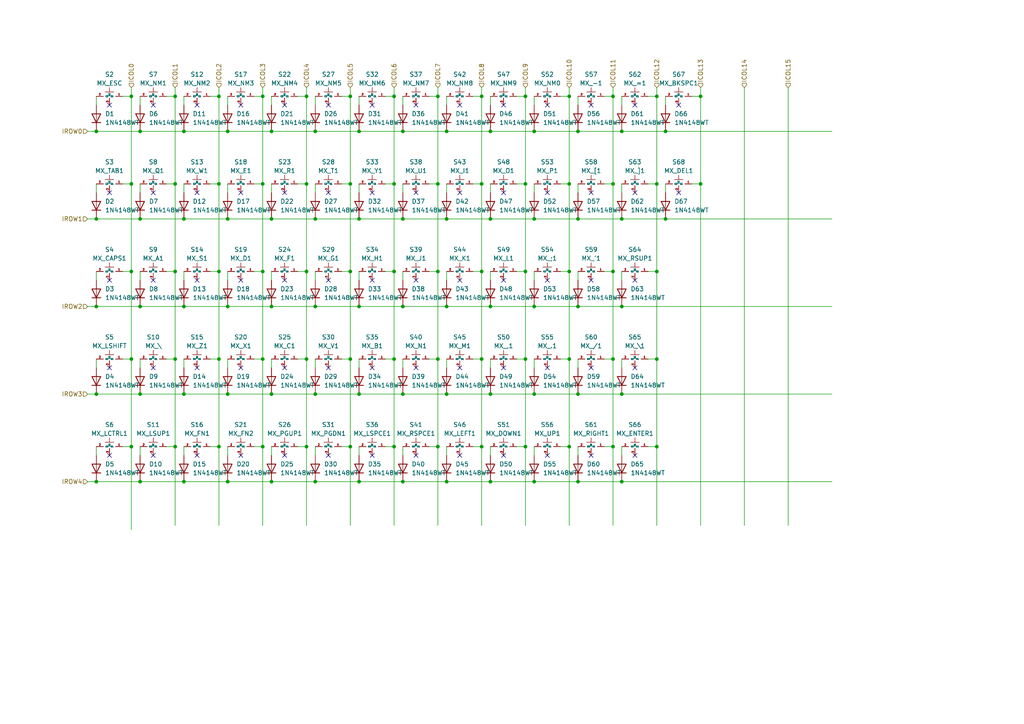
<source format=kicad_sch>
(kicad_sch (version 20230121) (generator eeschema)
  (paper "A4")
  (junction (at 63.5 129.54))
  (junction (at 38.1 104.14))
  (junction (at 203.2 27.94))
  (junction (at 50.8 78.74))
  (junction (at 139.7 27.94))
  (junction (at 78.74 114.3))
  (junction (at 180.34 114.3))
  (junction (at 129.54 114.3))
  (junction (at 114.3 53.34))
  (junction (at 139.7 104.14))
  (junction (at 154.94 63.5))
  (junction (at 104.14 63.5))
  (junction (at 165.1 129.54))
  (junction (at 78.74 38.1))
  (junction (at 142.24 63.5))
  (junction (at 27.94 114.3))
  (junction (at 40.64 114.3))
  (junction (at 167.64 139.7))
  (junction (at 203.2 53.34))
  (junction (at 180.34 38.1))
  (junction (at 88.9 104.14))
  (junction (at 66.04 139.7))
  (junction (at 177.8 27.94))
  (junction (at 167.64 88.9))
  (junction (at 165.1 27.94))
  (junction (at 167.64 63.5))
  (junction (at 53.34 38.1))
  (junction (at 50.8 27.94))
  (junction (at 193.04 38.1))
  (junction (at 91.44 114.3))
  (junction (at 63.5 53.34))
  (junction (at 129.54 139.7))
  (junction (at 190.5 27.94))
  (junction (at 50.8 104.14))
  (junction (at 190.5 129.54))
  (junction (at 190.5 104.14))
  (junction (at 114.3 78.74))
  (junction (at 127 104.14))
  (junction (at 63.5 27.94))
  (junction (at 40.64 63.5))
  (junction (at 116.84 38.1))
  (junction (at 116.84 88.9))
  (junction (at 190.5 53.34))
  (junction (at 167.64 38.1))
  (junction (at 180.34 139.7))
  (junction (at 91.44 139.7))
  (junction (at 88.9 78.74))
  (junction (at 114.3 129.54))
  (junction (at 142.24 38.1))
  (junction (at 154.94 114.3))
  (junction (at 76.2 104.14))
  (junction (at 177.8 53.34))
  (junction (at 53.34 139.7))
  (junction (at 78.74 88.9))
  (junction (at 116.84 63.5))
  (junction (at 152.4 27.94))
  (junction (at 78.74 139.7))
  (junction (at 38.1 53.34))
  (junction (at 53.34 114.3))
  (junction (at 66.04 88.9))
  (junction (at 76.2 27.94))
  (junction (at 101.6 53.34))
  (junction (at 104.14 38.1))
  (junction (at 38.1 27.94))
  (junction (at 139.7 78.74))
  (junction (at 127 53.34))
  (junction (at 27.94 88.9))
  (junction (at 27.94 63.5))
  (junction (at 104.14 88.9))
  (junction (at 129.54 63.5))
  (junction (at 91.44 38.1))
  (junction (at 50.8 129.54))
  (junction (at 154.94 38.1))
  (junction (at 114.3 104.14))
  (junction (at 190.5 78.74))
  (junction (at 88.9 53.34))
  (junction (at 116.84 139.7))
  (junction (at 91.44 63.5))
  (junction (at 139.7 129.54))
  (junction (at 40.64 139.7))
  (junction (at 180.34 63.5))
  (junction (at 152.4 78.74))
  (junction (at 76.2 78.74))
  (junction (at 154.94 139.7))
  (junction (at 127 27.94))
  (junction (at 129.54 88.9))
  (junction (at 76.2 129.54))
  (junction (at 177.8 104.14))
  (junction (at 127 129.54))
  (junction (at 180.34 88.9))
  (junction (at 27.94 139.7))
  (junction (at 101.6 78.74))
  (junction (at 152.4 53.34))
  (junction (at 53.34 88.9))
  (junction (at 165.1 78.74))
  (junction (at 101.6 104.14))
  (junction (at 88.9 129.54))
  (junction (at 142.24 139.7))
  (junction (at 38.1 78.74))
  (junction (at 167.64 114.3))
  (junction (at 27.94 38.1))
  (junction (at 193.04 63.5))
  (junction (at 66.04 114.3))
  (junction (at 66.04 38.1))
  (junction (at 88.9 27.94))
  (junction (at 152.4 104.14))
  (junction (at 142.24 88.9))
  (junction (at 101.6 129.54))
  (junction (at 104.14 114.3))
  (junction (at 76.2 53.34))
  (junction (at 177.8 129.54))
  (junction (at 165.1 53.34))
  (junction (at 114.3 27.94))
  (junction (at 101.6 27.94))
  (junction (at 139.7 53.34))
  (junction (at 40.64 38.1))
  (junction (at 78.74 63.5))
  (junction (at 154.94 88.9))
  (junction (at 66.04 63.5))
  (junction (at 63.5 104.14))
  (junction (at 38.1 129.54))
  (junction (at 50.8 53.34))
  (junction (at 127 78.74))
  (junction (at 91.44 88.9))
  (junction (at 152.4 129.54))
  (junction (at 177.8 78.74))
  (junction (at 63.5 78.74))
  (junction (at 104.14 139.7))
  (junction (at 165.1 104.14))
  (junction (at 142.24 114.3))
  (junction (at 116.84 114.3))
  (junction (at 53.34 63.5))
  (junction (at 40.64 88.9))
  (junction (at 129.54 38.1))
  (no_connect (at 31.75 81.28))
  (no_connect (at 82.55 81.28))
  (no_connect (at 107.95 106.68))
  (no_connect (at 31.75 30.48))
  (no_connect (at 171.45 132.08))
  (no_connect (at 31.75 132.08))
  (no_connect (at 158.75 106.68))
  (no_connect (at 44.45 55.88))
  (no_connect (at 171.45 30.48))
  (no_connect (at 120.65 81.28))
  (no_connect (at 95.25 106.68))
  (no_connect (at 82.55 55.88))
  (no_connect (at 31.75 106.68))
  (no_connect (at 69.85 55.88))
  (no_connect (at 184.15 132.08))
  (no_connect (at 196.85 55.88))
  (no_connect (at 184.15 55.88))
  (no_connect (at 158.75 132.08))
  (no_connect (at 133.35 81.28))
  (no_connect (at 133.35 55.88))
  (no_connect (at 133.35 106.68))
  (no_connect (at 44.45 30.48))
  (no_connect (at 44.45 132.08))
  (no_connect (at 184.15 106.68))
  (no_connect (at 184.15 81.28))
  (no_connect (at 31.75 55.88))
  (no_connect (at 171.45 106.68))
  (no_connect (at 146.05 81.28))
  (no_connect (at 82.55 106.68))
  (no_connect (at 95.25 55.88))
  (no_connect (at 107.95 81.28))
  (no_connect (at 57.15 81.28))
  (no_connect (at 158.75 81.28))
  (no_connect (at 120.65 55.88))
  (no_connect (at 171.45 55.88))
  (no_connect (at 57.15 55.88))
  (no_connect (at 133.35 30.48))
  (no_connect (at 107.95 30.48))
  (no_connect (at 120.65 106.68))
  (no_connect (at 196.85 30.48))
  (no_connect (at 69.85 81.28))
  (no_connect (at 69.85 132.08))
  (no_connect (at 57.15 106.68))
  (no_connect (at 95.25 132.08))
  (no_connect (at 120.65 30.48))
  (no_connect (at 146.05 30.48))
  (no_connect (at 146.05 55.88))
  (no_connect (at 133.35 132.08))
  (no_connect (at 69.85 106.68))
  (no_connect (at 69.85 30.48))
  (no_connect (at 158.75 55.88))
  (no_connect (at 44.45 106.68))
  (no_connect (at 44.45 81.28))
  (no_connect (at 171.45 81.28))
  (no_connect (at 95.25 30.48))
  (no_connect (at 95.25 81.28))
  (no_connect (at 57.15 30.48))
  (no_connect (at 158.75 30.48))
  (no_connect (at 57.15 132.08))
  (no_connect (at 146.05 106.68))
  (no_connect (at 82.55 132.08))
  (no_connect (at 146.05 132.08))
  (no_connect (at 107.95 55.88))
  (no_connect (at 184.15 30.48))
  (no_connect (at 82.55 30.48))
  (no_connect (at 107.95 132.08))
  (no_connect (at 120.65 132.08))
  (wire (pts (xy 167.64 139.7) (xy 180.34 139.7)))
  (wire (pts (xy 27.94 114.3) (xy 40.64 114.3)))
  (wire (pts (xy 86.36 78.74) (xy 88.9 78.74)))
  (wire (pts (xy 40.64 38.1) (xy 53.34 38.1)))
  (wire (pts (xy 165.1 25.4) (xy 165.1 27.94)))
  (wire (pts (xy 154.94 53.34) (xy 154.94 55.88)))
  (wire (pts (xy 152.4 104.14) (xy 152.4 129.54)))
  (wire (pts (xy 193.04 27.94) (xy 193.04 30.48)))
  (wire (pts (xy 175.26 27.94) (xy 177.8 27.94)))
  (wire (pts (xy 40.64 114.3) (xy 53.34 114.3)))
  (wire (pts (xy 60.96 104.14) (xy 63.5 104.14)))
  (wire (pts (xy 129.54 63.5) (xy 142.24 63.5)))
  (wire (pts (xy 48.26 104.14) (xy 50.8 104.14)))
  (wire (pts (xy 165.1 78.74) (xy 165.1 104.14)))
  (wire (pts (xy 73.66 104.14) (xy 76.2 104.14)))
  (wire (pts (xy 139.7 129.54) (xy 139.7 152.4)))
  (wire (pts (xy 154.94 104.14) (xy 154.94 106.68)))
  (wire (pts (xy 127 78.74) (xy 127 104.14)))
  (wire (pts (xy 78.74 78.74) (xy 78.74 81.28)))
  (wire (pts (xy 111.76 104.14) (xy 114.3 104.14)))
  (wire (pts (xy 127 129.54) (xy 127 152.4)))
  (wire (pts (xy 88.9 129.54) (xy 88.9 152.4)))
  (wire (pts (xy 27.94 88.9) (xy 40.64 88.9)))
  (wire (pts (xy 180.34 53.34) (xy 180.34 55.88)))
  (wire (pts (xy 167.64 88.9) (xy 180.34 88.9)))
  (wire (pts (xy 149.86 129.54) (xy 152.4 129.54)))
  (wire (pts (xy 114.3 129.54) (xy 114.3 152.4)))
  (wire (pts (xy 63.5 129.54) (xy 63.5 152.4)))
  (wire (pts (xy 48.26 53.34) (xy 50.8 53.34)))
  (wire (pts (xy 104.14 53.34) (xy 104.14 55.88)))
  (wire (pts (xy 167.64 63.5) (xy 180.34 63.5)))
  (wire (pts (xy 91.44 78.74) (xy 91.44 81.28)))
  (wire (pts (xy 137.16 27.94) (xy 139.7 27.94)))
  (wire (pts (xy 154.94 129.54) (xy 154.94 132.08)))
  (wire (pts (xy 139.7 104.14) (xy 139.7 129.54)))
  (wire (pts (xy 53.34 114.3) (xy 66.04 114.3)))
  (wire (pts (xy 104.14 114.3) (xy 116.84 114.3)))
  (wire (pts (xy 177.8 129.54) (xy 177.8 152.4)))
  (wire (pts (xy 38.1 104.14) (xy 38.1 129.54)))
  (wire (pts (xy 180.34 27.94) (xy 180.34 30.48)))
  (wire (pts (xy 127 104.14) (xy 127 129.54)))
  (wire (pts (xy 167.64 53.34) (xy 167.64 55.88)))
  (wire (pts (xy 53.34 139.7) (xy 66.04 139.7)))
  (wire (pts (xy 25.4 114.3) (xy 27.94 114.3)))
  (wire (pts (xy 190.5 27.94) (xy 190.5 53.34)))
  (wire (pts (xy 27.94 104.14) (xy 27.94 106.68)))
  (wire (pts (xy 167.64 38.1) (xy 180.34 38.1)))
  (wire (pts (xy 124.46 78.74) (xy 127 78.74)))
  (wire (pts (xy 129.54 104.14) (xy 129.54 106.68)))
  (wire (pts (xy 63.5 53.34) (xy 63.5 78.74)))
  (wire (pts (xy 66.04 63.5) (xy 78.74 63.5)))
  (wire (pts (xy 203.2 25.4) (xy 203.2 27.94)))
  (wire (pts (xy 88.9 104.14) (xy 88.9 129.54)))
  (wire (pts (xy 139.7 53.34) (xy 139.7 78.74)))
  (wire (pts (xy 50.8 27.94) (xy 50.8 53.34)))
  (wire (pts (xy 142.24 78.74) (xy 142.24 81.28)))
  (wire (pts (xy 152.4 53.34) (xy 152.4 78.74)))
  (wire (pts (xy 190.5 129.54) (xy 190.5 152.4)))
  (wire (pts (xy 99.06 104.14) (xy 101.6 104.14)))
  (wire (pts (xy 86.36 53.34) (xy 88.9 53.34)))
  (wire (pts (xy 190.5 104.14) (xy 190.5 129.54)))
  (wire (pts (xy 53.34 104.14) (xy 53.34 106.68)))
  (wire (pts (xy 27.94 27.94) (xy 27.94 30.48)))
  (wire (pts (xy 154.94 27.94) (xy 154.94 30.48)))
  (wire (pts (xy 180.34 78.74) (xy 180.34 81.28)))
  (wire (pts (xy 27.94 38.1) (xy 40.64 38.1)))
  (wire (pts (xy 104.14 27.94) (xy 104.14 30.48)))
  (wire (pts (xy 114.3 78.74) (xy 114.3 104.14)))
  (wire (pts (xy 35.56 27.94) (xy 38.1 27.94)))
  (wire (pts (xy 124.46 104.14) (xy 127 104.14)))
  (wire (pts (xy 200.66 53.34) (xy 203.2 53.34)))
  (wire (pts (xy 63.5 27.94) (xy 63.5 53.34)))
  (wire (pts (xy 167.64 104.14) (xy 167.64 106.68)))
  (wire (pts (xy 60.96 78.74) (xy 63.5 78.74)))
  (wire (pts (xy 215.9 25.4) (xy 215.9 152.4)))
  (wire (pts (xy 142.24 114.3) (xy 154.94 114.3)))
  (wire (pts (xy 60.96 53.34) (xy 63.5 53.34)))
  (wire (pts (xy 129.54 88.9) (xy 142.24 88.9)))
  (wire (pts (xy 88.9 27.94) (xy 88.9 53.34)))
  (wire (pts (xy 91.44 53.34) (xy 91.44 55.88)))
  (wire (pts (xy 76.2 27.94) (xy 76.2 53.34)))
  (wire (pts (xy 127 53.34) (xy 127 78.74)))
  (wire (pts (xy 104.14 139.7) (xy 116.84 139.7)))
  (wire (pts (xy 88.9 25.4) (xy 88.9 27.94)))
  (wire (pts (xy 101.6 53.34) (xy 101.6 78.74)))
  (wire (pts (xy 78.74 114.3) (xy 91.44 114.3)))
  (wire (pts (xy 76.2 78.74) (xy 76.2 104.14)))
  (wire (pts (xy 167.64 114.3) (xy 180.34 114.3)))
  (wire (pts (xy 180.34 104.14) (xy 180.34 106.68)))
  (wire (pts (xy 187.96 53.34) (xy 190.5 53.34)))
  (wire (pts (xy 53.34 78.74) (xy 53.34 81.28)))
  (wire (pts (xy 127 27.94) (xy 127 53.34)))
  (wire (pts (xy 129.54 139.7) (xy 142.24 139.7)))
  (wire (pts (xy 111.76 78.74) (xy 114.3 78.74)))
  (wire (pts (xy 25.4 63.5) (xy 27.94 63.5)))
  (wire (pts (xy 180.34 63.5) (xy 193.04 63.5)))
  (wire (pts (xy 38.1 27.94) (xy 38.1 53.34)))
  (wire (pts (xy 78.74 129.54) (xy 78.74 132.08)))
  (wire (pts (xy 73.66 27.94) (xy 76.2 27.94)))
  (wire (pts (xy 154.94 88.9) (xy 167.64 88.9)))
  (wire (pts (xy 50.8 25.4) (xy 50.8 27.94)))
  (wire (pts (xy 73.66 53.34) (xy 76.2 53.34)))
  (wire (pts (xy 165.1 53.34) (xy 165.1 78.74)))
  (wire (pts (xy 35.56 78.74) (xy 38.1 78.74)))
  (wire (pts (xy 190.5 53.34) (xy 190.5 78.74)))
  (wire (pts (xy 27.94 129.54) (xy 27.94 132.08)))
  (wire (pts (xy 40.64 104.14) (xy 40.64 106.68)))
  (wire (pts (xy 78.74 63.5) (xy 91.44 63.5)))
  (wire (pts (xy 76.2 53.34) (xy 76.2 78.74)))
  (wire (pts (xy 127 25.4) (xy 127 27.94)))
  (wire (pts (xy 162.56 129.54) (xy 165.1 129.54)))
  (wire (pts (xy 162.56 27.94) (xy 165.1 27.94)))
  (wire (pts (xy 167.64 78.74) (xy 167.64 81.28)))
  (wire (pts (xy 40.64 78.74) (xy 40.64 81.28)))
  (wire (pts (xy 40.64 129.54) (xy 40.64 132.08)))
  (wire (pts (xy 142.24 139.7) (xy 154.94 139.7)))
  (wire (pts (xy 48.26 129.54) (xy 50.8 129.54)))
  (wire (pts (xy 167.64 129.54) (xy 167.64 132.08)))
  (wire (pts (xy 124.46 27.94) (xy 127 27.94)))
  (wire (pts (xy 165.1 129.54) (xy 165.1 152.4)))
  (wire (pts (xy 187.96 104.14) (xy 190.5 104.14)))
  (wire (pts (xy 177.8 25.4) (xy 177.8 27.94)))
  (wire (pts (xy 165.1 104.14) (xy 165.1 129.54)))
  (wire (pts (xy 53.34 88.9) (xy 66.04 88.9)))
  (wire (pts (xy 167.64 27.94) (xy 167.64 30.48)))
  (wire (pts (xy 129.54 27.94) (xy 129.54 30.48)))
  (wire (pts (xy 116.84 78.74) (xy 116.84 81.28)))
  (wire (pts (xy 142.24 53.34) (xy 142.24 55.88)))
  (wire (pts (xy 50.8 129.54) (xy 50.8 152.4)))
  (wire (pts (xy 104.14 104.14) (xy 104.14 106.68)))
  (wire (pts (xy 38.1 78.74) (xy 38.1 104.14)))
  (wire (pts (xy 137.16 53.34) (xy 139.7 53.34)))
  (wire (pts (xy 154.94 114.3) (xy 167.64 114.3)))
  (wire (pts (xy 60.96 27.94) (xy 63.5 27.94)))
  (wire (pts (xy 38.1 25.4) (xy 38.1 27.94)))
  (wire (pts (xy 175.26 104.14) (xy 177.8 104.14)))
  (wire (pts (xy 129.54 38.1) (xy 142.24 38.1)))
  (wire (pts (xy 66.04 129.54) (xy 66.04 132.08)))
  (wire (pts (xy 78.74 27.94) (xy 78.74 30.48)))
  (wire (pts (xy 111.76 53.34) (xy 114.3 53.34)))
  (wire (pts (xy 175.26 78.74) (xy 177.8 78.74)))
  (wire (pts (xy 162.56 104.14) (xy 165.1 104.14)))
  (wire (pts (xy 86.36 104.14) (xy 88.9 104.14)))
  (wire (pts (xy 228.6 25.4) (xy 228.6 152.4)))
  (wire (pts (xy 101.6 78.74) (xy 101.6 104.14)))
  (wire (pts (xy 66.04 104.14) (xy 66.04 106.68)))
  (wire (pts (xy 116.84 27.94) (xy 116.84 30.48)))
  (wire (pts (xy 177.8 53.34) (xy 177.8 78.74)))
  (wire (pts (xy 104.14 63.5) (xy 116.84 63.5)))
  (wire (pts (xy 78.74 38.1) (xy 91.44 38.1)))
  (wire (pts (xy 177.8 78.74) (xy 177.8 104.14)))
  (wire (pts (xy 114.3 104.14) (xy 114.3 129.54)))
  (wire (pts (xy 53.34 63.5) (xy 66.04 63.5)))
  (wire (pts (xy 66.04 27.94) (xy 66.04 30.48)))
  (wire (pts (xy 63.5 25.4) (xy 63.5 27.94)))
  (wire (pts (xy 116.84 129.54) (xy 116.84 132.08)))
  (wire (pts (xy 101.6 27.94) (xy 101.6 53.34)))
  (wire (pts (xy 40.64 63.5) (xy 53.34 63.5)))
  (wire (pts (xy 114.3 27.94) (xy 114.3 53.34)))
  (wire (pts (xy 76.2 129.54) (xy 76.2 152.4)))
  (wire (pts (xy 149.86 78.74) (xy 152.4 78.74)))
  (wire (pts (xy 50.8 78.74) (xy 50.8 104.14)))
  (wire (pts (xy 203.2 53.34) (xy 203.2 152.4)))
  (wire (pts (xy 38.1 129.54) (xy 38.1 153.67)))
  (wire (pts (xy 76.2 25.4) (xy 76.2 27.94)))
  (wire (pts (xy 142.24 38.1) (xy 154.94 38.1)))
  (wire (pts (xy 99.06 78.74) (xy 101.6 78.74)))
  (wire (pts (xy 142.24 129.54) (xy 142.24 132.08)))
  (wire (pts (xy 88.9 78.74) (xy 88.9 104.14)))
  (wire (pts (xy 66.04 114.3) (xy 78.74 114.3)))
  (wire (pts (xy 190.5 78.74) (xy 190.5 104.14)))
  (wire (pts (xy 154.94 78.74) (xy 154.94 81.28)))
  (wire (pts (xy 101.6 25.4) (xy 101.6 27.94)))
  (wire (pts (xy 116.84 88.9) (xy 129.54 88.9)))
  (wire (pts (xy 104.14 78.74) (xy 104.14 81.28)))
  (wire (pts (xy 40.64 53.34) (xy 40.64 55.88)))
  (wire (pts (xy 50.8 104.14) (xy 50.8 129.54)))
  (wire (pts (xy 116.84 53.34) (xy 116.84 55.88)))
  (wire (pts (xy 124.46 129.54) (xy 127 129.54)))
  (wire (pts (xy 154.94 38.1) (xy 167.64 38.1)))
  (wire (pts (xy 116.84 104.14) (xy 116.84 106.68)))
  (wire (pts (xy 111.76 27.94) (xy 114.3 27.94)))
  (wire (pts (xy 27.94 63.5) (xy 40.64 63.5)))
  (wire (pts (xy 86.36 129.54) (xy 88.9 129.54)))
  (wire (pts (xy 154.94 139.7) (xy 167.64 139.7)))
  (wire (pts (xy 116.84 63.5) (xy 129.54 63.5)))
  (wire (pts (xy 91.44 114.3) (xy 104.14 114.3)))
  (wire (pts (xy 25.4 88.9) (xy 27.94 88.9)))
  (wire (pts (xy 27.94 78.74) (xy 27.94 81.28)))
  (wire (pts (xy 142.24 27.94) (xy 142.24 30.48)))
  (wire (pts (xy 116.84 139.7) (xy 129.54 139.7)))
  (wire (pts (xy 66.04 88.9) (xy 78.74 88.9)))
  (wire (pts (xy 129.54 114.3) (xy 142.24 114.3)))
  (wire (pts (xy 152.4 27.94) (xy 152.4 53.34)))
  (wire (pts (xy 139.7 27.94) (xy 139.7 53.34)))
  (wire (pts (xy 200.66 27.94) (xy 203.2 27.94)))
  (wire (pts (xy 91.44 63.5) (xy 104.14 63.5)))
  (wire (pts (xy 116.84 38.1) (xy 129.54 38.1)))
  (wire (pts (xy 53.34 38.1) (xy 66.04 38.1)))
  (wire (pts (xy 137.16 129.54) (xy 139.7 129.54)))
  (wire (pts (xy 190.5 25.4) (xy 190.5 27.94)))
  (wire (pts (xy 129.54 53.34) (xy 129.54 55.88)))
  (wire (pts (xy 73.66 129.54) (xy 76.2 129.54)))
  (wire (pts (xy 91.44 38.1) (xy 104.14 38.1)))
  (wire (pts (xy 177.8 27.94) (xy 177.8 53.34)))
  (wire (pts (xy 180.34 139.7) (xy 241.3 139.7)))
  (wire (pts (xy 101.6 129.54) (xy 101.6 152.4)))
  (wire (pts (xy 40.64 88.9) (xy 53.34 88.9)))
  (wire (pts (xy 91.44 27.94) (xy 91.44 30.48)))
  (wire (pts (xy 40.64 27.94) (xy 40.64 30.48)))
  (wire (pts (xy 139.7 78.74) (xy 139.7 104.14)))
  (wire (pts (xy 78.74 53.34) (xy 78.74 55.88)))
  (wire (pts (xy 66.04 38.1) (xy 78.74 38.1)))
  (wire (pts (xy 99.06 27.94) (xy 101.6 27.94)))
  (wire (pts (xy 91.44 88.9) (xy 104.14 88.9)))
  (wire (pts (xy 162.56 53.34) (xy 165.1 53.34)))
  (wire (pts (xy 35.56 129.54) (xy 38.1 129.54)))
  (wire (pts (xy 60.96 129.54) (xy 63.5 129.54)))
  (wire (pts (xy 91.44 104.14) (xy 91.44 106.68)))
  (wire (pts (xy 180.34 88.9) (xy 241.3 88.9)))
  (wire (pts (xy 203.2 27.94) (xy 203.2 53.34)))
  (wire (pts (xy 154.94 63.5) (xy 167.64 63.5)))
  (wire (pts (xy 99.06 129.54) (xy 101.6 129.54)))
  (wire (pts (xy 149.86 53.34) (xy 152.4 53.34)))
  (wire (pts (xy 142.24 104.14) (xy 142.24 106.68)))
  (wire (pts (xy 66.04 78.74) (xy 66.04 81.28)))
  (wire (pts (xy 152.4 78.74) (xy 152.4 104.14)))
  (wire (pts (xy 149.86 27.94) (xy 152.4 27.94)))
  (wire (pts (xy 86.36 27.94) (xy 88.9 27.94)))
  (wire (pts (xy 193.04 53.34) (xy 193.04 55.88)))
  (wire (pts (xy 53.34 129.54) (xy 53.34 132.08)))
  (wire (pts (xy 78.74 139.7) (xy 91.44 139.7)))
  (wire (pts (xy 88.9 53.34) (xy 88.9 78.74)))
  (wire (pts (xy 27.94 53.34) (xy 27.94 55.88)))
  (wire (pts (xy 99.06 53.34) (xy 101.6 53.34)))
  (wire (pts (xy 187.96 27.94) (xy 190.5 27.94)))
  (wire (pts (xy 180.34 129.54) (xy 180.34 132.08)))
  (wire (pts (xy 104.14 129.54) (xy 104.14 132.08)))
  (wire (pts (xy 76.2 104.14) (xy 76.2 129.54)))
  (wire (pts (xy 63.5 78.74) (xy 63.5 104.14)))
  (wire (pts (xy 129.54 129.54) (xy 129.54 132.08)))
  (wire (pts (xy 53.34 27.94) (xy 53.34 30.48)))
  (wire (pts (xy 193.04 38.1) (xy 241.3 38.1)))
  (wire (pts (xy 104.14 38.1) (xy 116.84 38.1)))
  (wire (pts (xy 91.44 139.7) (xy 104.14 139.7)))
  (wire (pts (xy 35.56 104.14) (xy 38.1 104.14)))
  (wire (pts (xy 139.7 25.4) (xy 139.7 27.94)))
  (wire (pts (xy 101.6 104.14) (xy 101.6 129.54)))
  (wire (pts (xy 175.26 129.54) (xy 177.8 129.54)))
  (wire (pts (xy 66.04 53.34) (xy 66.04 55.88)))
  (wire (pts (xy 162.56 78.74) (xy 165.1 78.74)))
  (wire (pts (xy 25.4 38.1) (xy 27.94 38.1)))
  (wire (pts (xy 137.16 104.14) (xy 139.7 104.14)))
  (wire (pts (xy 180.34 38.1) (xy 193.04 38.1)))
  (wire (pts (xy 114.3 25.4) (xy 114.3 27.94)))
  (wire (pts (xy 48.26 27.94) (xy 50.8 27.94)))
  (wire (pts (xy 50.8 53.34) (xy 50.8 78.74)))
  (wire (pts (xy 91.44 129.54) (xy 91.44 132.08)))
  (wire (pts (xy 35.56 53.34) (xy 38.1 53.34)))
  (wire (pts (xy 73.66 78.74) (xy 76.2 78.74)))
  (wire (pts (xy 152.4 129.54) (xy 152.4 152.4)))
  (wire (pts (xy 180.34 114.3) (xy 241.3 114.3)))
  (wire (pts (xy 142.24 63.5) (xy 154.94 63.5)))
  (wire (pts (xy 53.34 53.34) (xy 53.34 55.88)))
  (wire (pts (xy 38.1 53.34) (xy 38.1 78.74)))
  (wire (pts (xy 175.26 53.34) (xy 177.8 53.34)))
  (wire (pts (xy 48.26 78.74) (xy 50.8 78.74)))
  (wire (pts (xy 124.46 53.34) (xy 127 53.34)))
  (wire (pts (xy 177.8 104.14) (xy 177.8 129.54)))
  (wire (pts (xy 142.24 88.9) (xy 154.94 88.9)))
  (wire (pts (xy 104.14 88.9) (xy 116.84 88.9)))
  (wire (pts (xy 116.84 114.3) (xy 129.54 114.3)))
  (wire (pts (xy 111.76 129.54) (xy 114.3 129.54)))
  (wire (pts (xy 25.4 139.7) (xy 27.94 139.7)))
  (wire (pts (xy 152.4 25.4) (xy 152.4 27.94)))
  (wire (pts (xy 40.64 139.7) (xy 53.34 139.7)))
  (wire (pts (xy 137.16 78.74) (xy 139.7 78.74)))
  (wire (pts (xy 114.3 53.34) (xy 114.3 78.74)))
  (wire (pts (xy 187.96 129.54) (xy 190.5 129.54)))
  (wire (pts (xy 165.1 27.94) (xy 165.1 53.34)))
  (wire (pts (xy 193.04 63.5) (xy 241.3 63.5)))
  (wire (pts (xy 27.94 139.7) (xy 40.64 139.7)))
  (wire (pts (xy 66.04 139.7) (xy 78.74 139.7)))
  (wire (pts (xy 63.5 104.14) (xy 63.5 129.54)))
  (wire (pts (xy 129.54 78.74) (xy 129.54 81.28)))
  (wire (pts (xy 78.74 104.14) (xy 78.74 106.68)))
  (wire (pts (xy 187.96 78.74) (xy 190.5 78.74)))
  (wire (pts (xy 149.86 104.14) (xy 152.4 104.14)))
  (wire (pts (xy 78.74 88.9) (xy 91.44 88.9)))
  (hierarchical_label "IROW0" (shape input) (at 25.4 38.1 180))
  (hierarchical_label "ICOL6" (shape input) (at 114.3 25.4 90))
  (hierarchical_label "ICOL15" (shape input) (at 228.6 25.4 90))
  (hierarchical_label "ICOL4" (shape input) (at 88.9 25.4 90))
  (hierarchical_label "ICOL10" (shape input) (at 165.1 25.4 90))
  (hierarchical_label "ICOL8" (shape input) (at 139.7 25.4 90))
  (hierarchical_label "ICOL1" (shape input) (at 50.8 25.4 90))
  (hierarchical_label "IROW4" (shape input) (at 25.4 139.7 180))
  (hierarchical_label "ICOL7" (shape input) (at 127 25.4 90))
  (hierarchical_label "IROW1" (shape input) (at 25.4 63.5 180))
  (hierarchical_label "IROW2" (shape input) (at 25.4 88.9 180))
  (hierarchical_label "ICOL14" (shape input) (at 215.9 25.4 90))
  (hierarchical_label "ICOL3" (shape input) (at 76.2 25.4 90))
  (hierarchical_label "ICOL5" (shape input) (at 101.6 25.4 90))
  (hierarchical_label "ICOL12" (shape input) (at 190.5 25.4 90))
  (hierarchical_label "IROW3" (shape input) (at 25.4 114.3 180))
  (hierarchical_label "ICOL2" (shape input) (at 63.5 25.4 90))
  (hierarchical_label "ICOL13" (shape input) (at 203.2 25.4 90))
  (hierarchical_label "ICOL0" (shape input) (at 38.1 25.4 90))
  (hierarchical_label "ICOL9" (shape input) (at 152.4 25.4 90))
  (hierarchical_label "ICOL11" (shape input) (at 177.8 25.4 90))
  (symbol (lib_id "keyboard_syms:B3U-1100P-B") (at 120.65 27.94 0) (unit 1)
    (property "Reference" "S37" (at 120.65 21.59 0))
    (property "Value" "MX_NM7" (at 120.65 24.13 0))
    (property "Footprint" "keyboard_syms:B3U1100PB" (effects hide))
    (property "Datasheet" "https://omronfs.omron.com/en_US/ecb/products/pdf/en-b3u.pdf" (effects hide))
    (property "Description" "Tactile Switches 5 x 5 mm, 2.5 mm Actuator Height, 160 gf, Silver, Surface Mount, TR, SPST, Tactile Switch" (effects hide))
    (property "Height" "1.75" (effects hide))
    (property "Manufacturer_Name" "Omron Electronics" (effects hide))
    (property "Manufacturer_Part_Number" "B3U-1100P-B" (effects hide))
    (property "Mouser Part Number" "653-B3U-1100P-B" (effects hide))
    (property "Mouser Price/Stock" "https://www.mouser.co.uk/ProductDetail/Omron-Electronics/B3U-1100P-B?qs=q8ECNkb1%2FvOX21F1CoxJgQ%3D%3D" (effects hide))
    (property "Arrow Part Number" "B3U-1100P-B" (effects hide))
    (property "Arrow Price/Stock" "https://www.arrow.com/en/products/b3u-1100p-b/omron?region=nac" (effects hide))
  )
  (symbol (lib_id "Diode:1N4148WT") (at 78.74 59.69 90) (unit 1)
    (property "Reference" "D22" (at 81.28 58.4199 90) (effects (justify right)))
    (property "Value" "1N4148WT" (at 81.28 60.9599 90) (effects (justify right)))
    (property "Footprint" "Diode_SMD:D_SOD-523" (effects hide))
    (property "Datasheet" "https://www.diodes.com/assets/Datasheets/ds30396.pdf" (effects hide))
    (property "Sim.Device" "D" (effects hide))
    (property "Sim.Pins" "1=K 2=A" (effects hide))
  )
  (symbol (lib_id "Diode:1N4148WT") (at 66.04 59.69 90) (unit 1)
    (property "Reference" "D17" (at 68.58 58.4199 90) (effects (justify right)))
    (property "Value" "1N4148WT" (at 68.58 60.9599 90) (effects (justify right)))
    (property "Footprint" "Diode_SMD:D_SOD-523" (effects hide))
    (property "Datasheet" "https://www.diodes.com/assets/Datasheets/ds30396.pdf" (effects hide))
    (property "Sim.Device" "D" (effects hide))
    (property "Sim.Pins" "1=K 2=A" (effects hide))
  )
  (symbol (lib_id "Diode:1N4148WT") (at 91.44 34.29 90) (unit 1)
    (property "Reference" "D26" (at 93.98 33.0199 90) (effects (justify right)))
    (property "Value" "1N4148WT" (at 93.98 35.5599 90) (effects (justify right)))
    (property "Footprint" "Diode_SMD:D_SOD-523" (effects hide))
    (property "Datasheet" "https://www.diodes.com/assets/Datasheets/ds30396.pdf" (effects hide))
    (property "Sim.Device" "D" (effects hide))
    (property "Sim.Pins" "1=K 2=A" (effects hide))
  )
  (symbol (lib_id "Diode:1N4148WT") (at 66.04 135.89 90) (unit 1)
    (property "Reference" "D20" (at 68.58 134.6199 90) (effects (justify right)))
    (property "Value" "1N4148WT" (at 68.58 137.1599 90) (effects (justify right)))
    (property "Footprint" "Diode_SMD:D_SOD-523" (effects hide))
    (property "Datasheet" "https://www.diodes.com/assets/Datasheets/ds30396.pdf" (effects hide))
    (property "Sim.Device" "D" (effects hide))
    (property "Sim.Pins" "1=K 2=A" (effects hide))
  )
  (symbol (lib_id "Diode:1N4148WT") (at 154.94 85.09 90) (unit 1)
    (property "Reference" "D53" (at 157.48 83.8199 90) (effects (justify right)))
    (property "Value" "1N4148WT" (at 157.48 86.3599 90) (effects (justify right)))
    (property "Footprint" "Diode_SMD:D_SOD-523" (effects hide))
    (property "Datasheet" "https://www.diodes.com/assets/Datasheets/ds30396.pdf" (effects hide))
    (property "Sim.Device" "D" (effects hide))
    (property "Sim.Pins" "1=K 2=A" (effects hide))
  )
  (symbol (lib_id "keyboard_syms:B3U-1100P-B") (at 196.85 27.94 0) (unit 1)
    (property "Reference" "S67" (at 196.85 21.59 0))
    (property "Value" "MX_BKSPC1" (at 196.85 24.13 0))
    (property "Footprint" "keyboard_syms:B3U1100PB" (effects hide))
    (property "Datasheet" "https://omronfs.omron.com/en_US/ecb/products/pdf/en-b3u.pdf" (effects hide))
    (property "Description" "Tactile Switches 5 x 5 mm, 2.5 mm Actuator Height, 160 gf, Silver, Surface Mount, TR, SPST, Tactile Switch" (effects hide))
    (property "Height" "1.75" (effects hide))
    (property "Manufacturer_Name" "Omron Electronics" (effects hide))
    (property "Manufacturer_Part_Number" "B3U-1100P-B" (effects hide))
    (property "Mouser Part Number" "653-B3U-1100P-B" (effects hide))
    (property "Mouser Price/Stock" "https://www.mouser.co.uk/ProductDetail/Omron-Electronics/B3U-1100P-B?qs=q8ECNkb1%2FvOX21F1CoxJgQ%3D%3D" (effects hide))
    (property "Arrow Part Number" "B3U-1100P-B" (effects hide))
    (property "Arrow Price/Stock" "https://www.arrow.com/en/products/b3u-1100p-b/omron?region=nac" (effects hide))
  )
  (symbol (lib_id "Diode:1N4148WT") (at 167.64 110.49 90) (unit 1)
    (property "Reference" "D59" (at 170.18 109.2199 90) (effects (justify right)))
    (property "Value" "1N4148WT" (at 170.18 111.7599 90) (effects (justify right)))
    (property "Footprint" "Diode_SMD:D_SOD-523" (effects hide))
    (property "Datasheet" "https://www.diodes.com/assets/Datasheets/ds30396.pdf" (effects hide))
    (property "Sim.Device" "D" (effects hide))
    (property "Sim.Pins" "1=K 2=A" (effects hide))
  )
  (symbol (lib_id "keyboard_syms:B3U-1100P-B") (at 95.25 27.94 0) (unit 1)
    (property "Reference" "S27" (at 95.25 21.59 0))
    (property "Value" "MX_NM5" (at 95.25 24.13 0))
    (property "Footprint" "keyboard_syms:B3U1100PB" (effects hide))
    (property "Datasheet" "https://omronfs.omron.com/en_US/ecb/products/pdf/en-b3u.pdf" (effects hide))
    (property "Description" "Tactile Switches 5 x 5 mm, 2.5 mm Actuator Height, 160 gf, Silver, Surface Mount, TR, SPST, Tactile Switch" (effects hide))
    (property "Height" "1.75" (effects hide))
    (property "Manufacturer_Name" "Omron Electronics" (effects hide))
    (property "Manufacturer_Part_Number" "B3U-1100P-B" (effects hide))
    (property "Mouser Part Number" "653-B3U-1100P-B" (effects hide))
    (property "Mouser Price/Stock" "https://www.mouser.co.uk/ProductDetail/Omron-Electronics/B3U-1100P-B?qs=q8ECNkb1%2FvOX21F1CoxJgQ%3D%3D" (effects hide))
    (property "Arrow Part Number" "B3U-1100P-B" (effects hide))
    (property "Arrow Price/Stock" "https://www.arrow.com/en/products/b3u-1100p-b/omron?region=nac" (effects hide))
  )
  (symbol (lib_id "Diode:1N4148WT") (at 129.54 135.89 90) (unit 1)
    (property "Reference" "D45" (at 132.08 134.6199 90) (effects (justify right)))
    (property "Value" "1N4148WT" (at 132.08 137.1599 90) (effects (justify right)))
    (property "Footprint" "Diode_SMD:D_SOD-523" (effects hide))
    (property "Datasheet" "https://www.diodes.com/assets/Datasheets/ds30396.pdf" (effects hide))
    (property "Sim.Device" "D" (effects hide))
    (property "Sim.Pins" "1=K 2=A" (effects hide))
  )
  (symbol (lib_id "Diode:1N4148WT") (at 53.34 34.29 90) (unit 1)
    (property "Reference" "D11" (at 55.88 33.0199 90) (effects (justify right)))
    (property "Value" "1N4148WT" (at 55.88 35.5599 90) (effects (justify right)))
    (property "Footprint" "Diode_SMD:D_SOD-523" (effects hide))
    (property "Datasheet" "https://www.diodes.com/assets/Datasheets/ds30396.pdf" (effects hide))
    (property "Sim.Device" "D" (effects hide))
    (property "Sim.Pins" "1=K 2=A" (effects hide))
  )
  (symbol (lib_id "Diode:1N4148WT") (at 104.14 59.69 90) (unit 1)
    (property "Reference" "D32" (at 106.68 58.4199 90) (effects (justify right)))
    (property "Value" "1N4148WT" (at 106.68 60.9599 90) (effects (justify right)))
    (property "Footprint" "Diode_SMD:D_SOD-523" (effects hide))
    (property "Datasheet" "https://www.diodes.com/assets/Datasheets/ds30396.pdf" (effects hide))
    (property "Sim.Device" "D" (effects hide))
    (property "Sim.Pins" "1=K 2=A" (effects hide))
  )
  (symbol (lib_id "Diode:1N4148WT") (at 116.84 135.89 90) (unit 1)
    (property "Reference" "D40" (at 119.38 134.6199 90) (effects (justify right)))
    (property "Value" "1N4148WT" (at 119.38 137.1599 90) (effects (justify right)))
    (property "Footprint" "Diode_SMD:D_SOD-523" (effects hide))
    (property "Datasheet" "https://www.diodes.com/assets/Datasheets/ds30396.pdf" (effects hide))
    (property "Sim.Device" "D" (effects hide))
    (property "Sim.Pins" "1=K 2=A" (effects hide))
  )
  (symbol (lib_id "keyboard_syms:B3U-1100P-B") (at 133.35 27.94 0) (unit 1)
    (property "Reference" "S42" (at 133.35 21.59 0))
    (property "Value" "MX_NM8" (at 133.35 24.13 0))
    (property "Footprint" "keyboard_syms:B3U1100PB" (effects hide))
    (property "Datasheet" "https://omronfs.omron.com/en_US/ecb/products/pdf/en-b3u.pdf" (effects hide))
    (property "Description" "Tactile Switches 5 x 5 mm, 2.5 mm Actuator Height, 160 gf, Silver, Surface Mount, TR, SPST, Tactile Switch" (effects hide))
    (property "Height" "1.75" (effects hide))
    (property "Manufacturer_Name" "Omron Electronics" (effects hide))
    (property "Manufacturer_Part_Number" "B3U-1100P-B" (effects hide))
    (property "Mouser Part Number" "653-B3U-1100P-B" (effects hide))
    (property "Mouser Price/Stock" "https://www.mouser.co.uk/ProductDetail/Omron-Electronics/B3U-1100P-B?qs=q8ECNkb1%2FvOX21F1CoxJgQ%3D%3D" (effects hide))
    (property "Arrow Part Number" "B3U-1100P-B" (effects hide))
    (property "Arrow Price/Stock" "https://www.arrow.com/en/products/b3u-1100p-b/omron?region=nac" (effects hide))
  )
  (symbol (lib_id "keyboard_syms:B3U-1100P-B") (at 146.05 27.94 0) (unit 1)
    (property "Reference" "S47" (at 146.05 21.59 0))
    (property "Value" "MX_NM9" (at 146.05 24.13 0))
    (property "Footprint" "keyboard_syms:B3U1100PB" (effects hide))
    (property "Datasheet" "https://omronfs.omron.com/en_US/ecb/products/pdf/en-b3u.pdf" (effects hide))
    (property "Description" "Tactile Switches 5 x 5 mm, 2.5 mm Actuator Height, 160 gf, Silver, Surface Mount, TR, SPST, Tactile Switch" (effects hide))
    (property "Height" "1.75" (effects hide))
    (property "Manufacturer_Name" "Omron Electronics" (effects hide))
    (property "Manufacturer_Part_Number" "B3U-1100P-B" (effects hide))
    (property "Mouser Part Number" "653-B3U-1100P-B" (effects hide))
    (property "Mouser Price/Stock" "https://www.mouser.co.uk/ProductDetail/Omron-Electronics/B3U-1100P-B?qs=q8ECNkb1%2FvOX21F1CoxJgQ%3D%3D" (effects hide))
    (property "Arrow Part Number" "B3U-1100P-B" (effects hide))
    (property "Arrow Price/Stock" "https://www.arrow.com/en/products/b3u-1100p-b/omron?region=nac" (effects hide))
  )
  (symbol (lib_id "keyboard_syms:B3U-1100P-B") (at 120.65 129.54 0) (unit 1)
    (property "Reference" "S41" (at 120.65 123.19 0))
    (property "Value" "MX_RSPCE1" (at 120.65 125.73 0))
    (property "Footprint" "keyboard_syms:B3U1100PB" (effects hide))
    (property "Datasheet" "https://omronfs.omron.com/en_US/ecb/products/pdf/en-b3u.pdf" (effects hide))
    (property "Description" "Tactile Switches 5 x 5 mm, 2.5 mm Actuator Height, 160 gf, Silver, Surface Mount, TR, SPST, Tactile Switch" (effects hide))
    (property "Height" "1.75" (effects hide))
    (property "Manufacturer_Name" "Omron Electronics" (effects hide))
    (property "Manufacturer_Part_Number" "B3U-1100P-B" (effects hide))
    (property "Mouser Part Number" "653-B3U-1100P-B" (effects hide))
    (property "Mouser Price/Stock" "https://www.mouser.co.uk/ProductDetail/Omron-Electronics/B3U-1100P-B?qs=q8ECNkb1%2FvOX21F1CoxJgQ%3D%3D" (effects hide))
    (property "Arrow Part Number" "B3U-1100P-B" (effects hide))
    (property "Arrow Price/Stock" "https://www.arrow.com/en/products/b3u-1100p-b/omron?region=nac" (effects hide))
  )
  (symbol (lib_id "Diode:1N4148WT") (at 66.04 110.49 90) (unit 1)
    (property "Reference" "D19" (at 68.58 109.2199 90) (effects (justify right)))
    (property "Value" "1N4148WT" (at 68.58 111.7599 90) (effects (justify right)))
    (property "Footprint" "Diode_SMD:D_SOD-523" (effects hide))
    (property "Datasheet" "https://www.diodes.com/assets/Datasheets/ds30396.pdf" (effects hide))
    (property "Sim.Device" "D" (effects hide))
    (property "Sim.Pins" "1=K 2=A" (effects hide))
  )
  (symbol (lib_id "keyboard_syms:B3U-1100P-B") (at 95.25 78.74 0) (unit 1)
    (property "Reference" "S29" (at 95.25 72.39 0))
    (property "Value" "MX_G1" (at 95.25 74.93 0))
    (property "Footprint" "keyboard_syms:B3U1100PB" (effects hide))
    (property "Datasheet" "https://omronfs.omron.com/en_US/ecb/products/pdf/en-b3u.pdf" (effects hide))
    (property "Description" "Tactile Switches 5 x 5 mm, 2.5 mm Actuator Height, 160 gf, Silver, Surface Mount, TR, SPST, Tactile Switch" (effects hide))
    (property "Height" "1.75" (effects hide))
    (property "Manufacturer_Name" "Omron Electronics" (effects hide))
    (property "Manufacturer_Part_Number" "B3U-1100P-B" (effects hide))
    (property "Mouser Part Number" "653-B3U-1100P-B" (effects hide))
    (property "Mouser Price/Stock" "https://www.mouser.co.uk/ProductDetail/Omron-Electronics/B3U-1100P-B?qs=q8ECNkb1%2FvOX21F1CoxJgQ%3D%3D" (effects hide))
    (property "Arrow Part Number" "B3U-1100P-B" (effects hide))
    (property "Arrow Price/Stock" "https://www.arrow.com/en/products/b3u-1100p-b/omron?region=nac" (effects hide))
  )
  (symbol (lib_id "keyboard_syms:B3U-1100P-B") (at 184.15 129.54 0) (unit 1)
    (property "Reference" "S66" (at 184.15 123.19 0))
    (property "Value" "MX_ENTER1" (at 184.15 125.73 0))
    (property "Footprint" "keyboard_syms:B3U1100PB" (effects hide))
    (property "Datasheet" "https://omronfs.omron.com/en_US/ecb/products/pdf/en-b3u.pdf" (effects hide))
    (property "Description" "Tactile Switches 5 x 5 mm, 2.5 mm Actuator Height, 160 gf, Silver, Surface Mount, TR, SPST, Tactile Switch" (effects hide))
    (property "Height" "1.75" (effects hide))
    (property "Manufacturer_Name" "Omron Electronics" (effects hide))
    (property "Manufacturer_Part_Number" "B3U-1100P-B" (effects hide))
    (property "Mouser Part Number" "653-B3U-1100P-B" (effects hide))
    (property "Mouser Price/Stock" "https://www.mouser.co.uk/ProductDetail/Omron-Electronics/B3U-1100P-B?qs=q8ECNkb1%2FvOX21F1CoxJgQ%3D%3D" (effects hide))
    (property "Arrow Part Number" "B3U-1100P-B" (effects hide))
    (property "Arrow Price/Stock" "https://www.arrow.com/en/products/b3u-1100p-b/omron?region=nac" (effects hide))
  )
  (symbol (lib_id "Diode:1N4148WT") (at 91.44 59.69 90) (unit 1)
    (property "Reference" "D27" (at 93.98 58.4199 90) (effects (justify right)))
    (property "Value" "1N4148WT" (at 93.98 60.9599 90) (effects (justify right)))
    (property "Footprint" "Diode_SMD:D_SOD-523" (effects hide))
    (property "Datasheet" "https://www.diodes.com/assets/Datasheets/ds30396.pdf" (effects hide))
    (property "Sim.Device" "D" (effects hide))
    (property "Sim.Pins" "1=K 2=A" (effects hide))
  )
  (symbol (lib_id "Diode:1N4148WT") (at 180.34 135.89 90) (unit 1)
    (property "Reference" "D65" (at 182.88 134.6199 90) (effects (justify right)))
    (property "Value" "1N4148WT" (at 182.88 137.1599 90) (effects (justify right)))
    (property "Footprint" "Diode_SMD:D_SOD-523" (effects hide))
    (property "Datasheet" "https://www.diodes.com/assets/Datasheets/ds30396.pdf" (effects hide))
    (property "Sim.Device" "D" (effects hide))
    (property "Sim.Pins" "1=K 2=A" (effects hide))
  )
  (symbol (lib_id "keyboard_syms:B3U-1100P-B") (at 69.85 129.54 0) (unit 1)
    (property "Reference" "S21" (at 69.85 123.19 0))
    (property "Value" "MX_FN2" (at 69.85 125.73 0))
    (property "Footprint" "keyboard_syms:B3U1100PB" (effects hide))
    (property "Datasheet" "https://omronfs.omron.com/en_US/ecb/products/pdf/en-b3u.pdf" (effects hide))
    (property "Description" "Tactile Switches 5 x 5 mm, 2.5 mm Actuator Height, 160 gf, Silver, Surface Mount, TR, SPST, Tactile Switch" (effects hide))
    (property "Height" "1.75" (effects hide))
    (property "Manufacturer_Name" "Omron Electronics" (effects hide))
    (property "Manufacturer_Part_Number" "B3U-1100P-B" (effects hide))
    (property "Mouser Part Number" "653-B3U-1100P-B" (effects hide))
    (property "Mouser Price/Stock" "https://www.mouser.co.uk/ProductDetail/Omron-Electronics/B3U-1100P-B?qs=q8ECNkb1%2FvOX21F1CoxJgQ%3D%3D" (effects hide))
    (property "Arrow Part Number" "B3U-1100P-B" (effects hide))
    (property "Arrow Price/Stock" "https://www.arrow.com/en/products/b3u-1100p-b/omron?region=nac" (effects hide))
  )
  (symbol (lib_id "Diode:1N4148WT") (at 180.34 110.49 90) (unit 1)
    (property "Reference" "D64" (at 182.88 109.2199 90) (effects (justify right)))
    (property "Value" "1N4148WT" (at 182.88 111.7599 90) (effects (justify right)))
    (property "Footprint" "Diode_SMD:D_SOD-523" (effects hide))
    (property "Datasheet" "https://www.diodes.com/assets/Datasheets/ds30396.pdf" (effects hide))
    (property "Sim.Device" "D" (effects hide))
    (property "Sim.Pins" "1=K 2=A" (effects hide))
  )
  (symbol (lib_id "keyboard_syms:B3U-1100P-B") (at 95.25 53.34 0) (unit 1)
    (property "Reference" "S28" (at 95.25 46.99 0))
    (property "Value" "MX_T1" (at 95.25 49.53 0))
    (property "Footprint" "keyboard_syms:B3U1100PB" (effects hide))
    (property "Datasheet" "https://omronfs.omron.com/en_US/ecb/products/pdf/en-b3u.pdf" (effects hide))
    (property "Description" "Tactile Switches 5 x 5 mm, 2.5 mm Actuator Height, 160 gf, Silver, Surface Mount, TR, SPST, Tactile Switch" (effects hide))
    (property "Height" "1.75" (effects hide))
    (property "Manufacturer_Name" "Omron Electronics" (effects hide))
    (property "Manufacturer_Part_Number" "B3U-1100P-B" (effects hide))
    (property "Mouser Part Number" "653-B3U-1100P-B" (effects hide))
    (property "Mouser Price/Stock" "https://www.mouser.co.uk/ProductDetail/Omron-Electronics/B3U-1100P-B?qs=q8ECNkb1%2FvOX21F1CoxJgQ%3D%3D" (effects hide))
    (property "Arrow Part Number" "B3U-1100P-B" (effects hide))
    (property "Arrow Price/Stock" "https://www.arrow.com/en/products/b3u-1100p-b/omron?region=nac" (effects hide))
  )
  (symbol (lib_id "Diode:1N4148WT") (at 154.94 110.49 90) (unit 1)
    (property "Reference" "D54" (at 157.48 109.2199 90) (effects (justify right)))
    (property "Value" "1N4148WT" (at 157.48 111.7599 90) (effects (justify right)))
    (property "Footprint" "Diode_SMD:D_SOD-523" (effects hide))
    (property "Datasheet" "https://www.diodes.com/assets/Datasheets/ds30396.pdf" (effects hide))
    (property "Sim.Device" "D" (effects hide))
    (property "Sim.Pins" "1=K 2=A" (effects hide))
  )
  (symbol (lib_id "keyboard_syms:B3U-1100P-B") (at 158.75 78.74 0) (unit 1)
    (property "Reference" "S54" (at 158.75 72.39 0))
    (property "Value" "MX_;1" (at 158.75 74.93 0))
    (property "Footprint" "keyboard_syms:B3U1100PB" (effects hide))
    (property "Datasheet" "https://omronfs.omron.com/en_US/ecb/products/pdf/en-b3u.pdf" (effects hide))
    (property "Description" "Tactile Switches 5 x 5 mm, 2.5 mm Actuator Height, 160 gf, Silver, Surface Mount, TR, SPST, Tactile Switch" (effects hide))
    (property "Height" "1.75" (effects hide))
    (property "Manufacturer_Name" "Omron Electronics" (effects hide))
    (property "Manufacturer_Part_Number" "B3U-1100P-B" (effects hide))
    (property "Mouser Part Number" "653-B3U-1100P-B" (effects hide))
    (property "Mouser Price/Stock" "https://www.mouser.co.uk/ProductDetail/Omron-Electronics/B3U-1100P-B?qs=q8ECNkb1%2FvOX21F1CoxJgQ%3D%3D" (effects hide))
    (property "Arrow Part Number" "B3U-1100P-B" (effects hide))
    (property "Arrow Price/Stock" "https://www.arrow.com/en/products/b3u-1100p-b/omron?region=nac" (effects hide))
  )
  (symbol (lib_id "keyboard_syms:B3U-1100P-B") (at 158.75 129.54 0) (unit 1)
    (property "Reference" "S56" (at 158.75 123.19 0))
    (property "Value" "MX_UP1" (at 158.75 125.73 0))
    (property "Footprint" "keyboard_syms:B3U1100PB" (effects hide))
    (property "Datasheet" "https://omronfs.omron.com/en_US/ecb/products/pdf/en-b3u.pdf" (effects hide))
    (property "Description" "Tactile Switches 5 x 5 mm, 2.5 mm Actuator Height, 160 gf, Silver, Surface Mount, TR, SPST, Tactile Switch" (effects hide))
    (property "Height" "1.75" (effects hide))
    (property "Manufacturer_Name" "Omron Electronics" (effects hide))
    (property "Manufacturer_Part_Number" "B3U-1100P-B" (effects hide))
    (property "Mouser Part Number" "653-B3U-1100P-B" (effects hide))
    (property "Mouser Price/Stock" "https://www.mouser.co.uk/ProductDetail/Omron-Electronics/B3U-1100P-B?qs=q8ECNkb1%2FvOX21F1CoxJgQ%3D%3D" (effects hide))
    (property "Arrow Part Number" "B3U-1100P-B" (effects hide))
    (property "Arrow Price/Stock" "https://www.arrow.com/en/products/b3u-1100p-b/omron?region=nac" (effects hide))
  )
  (symbol (lib_id "keyboard_syms:B3U-1100P-B") (at 107.95 129.54 0) (unit 1)
    (property "Reference" "S36" (at 107.95 123.19 0))
    (property "Value" "MX_LSPCE1" (at 107.95 125.73 0))
    (property "Footprint" "keyboard_syms:B3U1100PB" (effects hide))
    (property "Datasheet" "https://omronfs.omron.com/en_US/ecb/products/pdf/en-b3u.pdf" (effects hide))
    (property "Description" "Tactile Switches 5 x 5 mm, 2.5 mm Actuator Height, 160 gf, Silver, Surface Mount, TR, SPST, Tactile Switch" (effects hide))
    (property "Height" "1.75" (effects hide))
    (property "Manufacturer_Name" "Omron Electronics" (effects hide))
    (property "Manufacturer_Part_Number" "B3U-1100P-B" (effects hide))
    (property "Mouser Part Number" "653-B3U-1100P-B" (effects hide))
    (property "Mouser Price/Stock" "https://www.mouser.co.uk/ProductDetail/Omron-Electronics/B3U-1100P-B?qs=q8ECNkb1%2FvOX21F1CoxJgQ%3D%3D" (effects hide))
    (property "Arrow Part Number" "B3U-1100P-B" (effects hide))
    (property "Arrow Price/Stock" "https://www.arrow.com/en/products/b3u-1100p-b/omron?region=nac" (effects hide))
  )
  (symbol (lib_id "keyboard_syms:B3U-1100P-B") (at 44.45 129.54 0) (unit 1)
    (property "Reference" "S11" (at 44.45 123.19 0))
    (property "Value" "MX_LSUP1" (at 44.45 125.73 0))
    (property "Footprint" "keyboard_syms:B3U1100PB" (effects hide))
    (property "Datasheet" "https://omronfs.omron.com/en_US/ecb/products/pdf/en-b3u.pdf" (effects hide))
    (property "Description" "Tactile Switches 5 x 5 mm, 2.5 mm Actuator Height, 160 gf, Silver, Surface Mount, TR, SPST, Tactile Switch" (effects hide))
    (property "Height" "1.75" (effects hide))
    (property "Manufacturer_Name" "Omron Electronics" (effects hide))
    (property "Manufacturer_Part_Number" "B3U-1100P-B" (effects hide))
    (property "Mouser Part Number" "653-B3U-1100P-B" (effects hide))
    (property "Mouser Price/Stock" "https://www.mouser.co.uk/ProductDetail/Omron-Electronics/B3U-1100P-B?qs=q8ECNkb1%2FvOX21F1CoxJgQ%3D%3D" (effects hide))
    (property "Arrow Part Number" "B3U-1100P-B" (effects hide))
    (property "Arrow Price/Stock" "https://www.arrow.com/en/products/b3u-1100p-b/omron?region=nac" (effects hide))
  )
  (symbol (lib_id "keyboard_syms:B3U-1100P-B") (at 184.15 78.74 0) (unit 1)
    (property "Reference" "S64" (at 184.15 72.39 0))
    (property "Value" "MX_RSUP1" (at 184.15 74.93 0))
    (property "Footprint" "keyboard_syms:B3U1100PB" (effects hide))
    (property "Datasheet" "https://omronfs.omron.com/en_US/ecb/products/pdf/en-b3u.pdf" (effects hide))
    (property "Description" "Tactile Switches 5 x 5 mm, 2.5 mm Actuator Height, 160 gf, Silver, Surface Mount, TR, SPST, Tactile Switch" (effects hide))
    (property "Height" "1.75" (effects hide))
    (property "Manufacturer_Name" "Omron Electronics" (effects hide))
    (property "Manufacturer_Part_Number" "B3U-1100P-B" (effects hide))
    (property "Mouser Part Number" "653-B3U-1100P-B" (effects hide))
    (property "Mouser Price/Stock" "https://www.mouser.co.uk/ProductDetail/Omron-Electronics/B3U-1100P-B?qs=q8ECNkb1%2FvOX21F1CoxJgQ%3D%3D" (effects hide))
    (property "Arrow Part Number" "B3U-1100P-B" (effects hide))
    (property "Arrow Price/Stock" "https://www.arrow.com/en/products/b3u-1100p-b/omron?region=nac" (effects hide))
  )
  (symbol (lib_id "keyboard_syms:B3U-1100P-B") (at 171.45 129.54 0) (unit 1)
    (property "Reference" "S61" (at 171.45 123.19 0))
    (property "Value" "MX_RIGHT1" (at 171.45 125.73 0))
    (property "Footprint" "keyboard_syms:B3U1100PB" (effects hide))
    (property "Datasheet" "https://omronfs.omron.com/en_US/ecb/products/pdf/en-b3u.pdf" (effects hide))
    (property "Description" "Tactile Switches 5 x 5 mm, 2.5 mm Actuator Height, 160 gf, Silver, Surface Mount, TR, SPST, Tactile Switch" (effects hide))
    (property "Height" "1.75" (effects hide))
    (property "Manufacturer_Name" "Omron Electronics" (effects hide))
    (property "Manufacturer_Part_Number" "B3U-1100P-B" (effects hide))
    (property "Mouser Part Number" "653-B3U-1100P-B" (effects hide))
    (property "Mouser Price/Stock" "https://www.mouser.co.uk/ProductDetail/Omron-Electronics/B3U-1100P-B?qs=q8ECNkb1%2FvOX21F1CoxJgQ%3D%3D" (effects hide))
    (property "Arrow Part Number" "B3U-1100P-B" (effects hide))
    (property "Arrow Price/Stock" "https://www.arrow.com/en/products/b3u-1100p-b/omron?region=nac" (effects hide))
  )
  (symbol (lib_id "Diode:1N4148WT") (at 53.34 135.89 90) (unit 1)
    (property "Reference" "D15" (at 55.88 134.6199 90) (effects (justify right)))
    (property "Value" "1N4148WT" (at 55.88 137.1599 90) (effects (justify right)))
    (property "Footprint" "Diode_SMD:D_SOD-523" (effects hide))
    (property "Datasheet" "https://www.diodes.com/assets/Datasheets/ds30396.pdf" (effects hide))
    (property "Sim.Device" "D" (effects hide))
    (property "Sim.Pins" "1=K 2=A" (effects hide))
  )
  (symbol (lib_id "Diode:1N4148WT") (at 180.34 85.09 90) (unit 1)
    (property "Reference" "D63" (at 182.88 83.8199 90) (effects (justify right)))
    (property "Value" "1N4148WT" (at 182.88 86.3599 90) (effects (justify right)))
    (property "Footprint" "Diode_SMD:D_SOD-523" (effects hide))
    (property "Datasheet" "https://www.diodes.com/assets/Datasheets/ds30396.pdf" (effects hide))
    (property "Sim.Device" "D" (effects hide))
    (property "Sim.Pins" "1=K 2=A" (effects hide))
  )
  (symbol (lib_id "Diode:1N4148WT") (at 193.04 59.69 90) (unit 1)
    (property "Reference" "D67" (at 195.58 58.4199 90) (effects (justify right)))
    (property "Value" "1N4148WT" (at 195.58 60.9599 90) (effects (justify right)))
    (property "Footprint" "Diode_SMD:D_SOD-523" (effects hide))
    (property "Datasheet" "https://www.diodes.com/assets/Datasheets/ds30396.pdf" (effects hide))
    (property "Sim.Device" "D" (effects hide))
    (property "Sim.Pins" "1=K 2=A" (effects hide))
  )
  (symbol (lib_id "Diode:1N4148WT") (at 78.74 85.09 90) (unit 1)
    (property "Reference" "D23" (at 81.28 83.8199 90) (effects (justify right)))
    (property "Value" "1N4148WT" (at 81.28 86.3599 90) (effects (justify right)))
    (property "Footprint" "Diode_SMD:D_SOD-523" (effects hide))
    (property "Datasheet" "https://www.diodes.com/assets/Datasheets/ds30396.pdf" (effects hide))
    (property "Sim.Device" "D" (effects hide))
    (property "Sim.Pins" "1=K 2=A" (effects hide))
  )
  (symbol (lib_id "keyboard_syms:B3U-1100P-B") (at 31.75 78.74 0) (unit 1)
    (property "Reference" "S4" (at 31.75 72.39 0))
    (property "Value" "MX_CAPS1" (at 31.75 74.93 0))
    (property "Footprint" "keyboard_syms:B3U1100PB" (effects hide))
    (property "Datasheet" "https://omronfs.omron.com/en_US/ecb/products/pdf/en-b3u.pdf" (effects hide))
    (property "Description" "Tactile Switches 5 x 5 mm, 2.5 mm Actuator Height, 160 gf, Silver, Surface Mount, TR, SPST, Tactile Switch" (effects hide))
    (property "Height" "1.75" (effects hide))
    (property "Manufacturer_Name" "Omron Electronics" (effects hide))
    (property "Manufacturer_Part_Number" "B3U-1100P-B" (effects hide))
    (property "Mouser Part Number" "653-B3U-1100P-B" (effects hide))
    (property "Mouser Price/Stock" "https://www.mouser.co.uk/ProductDetail/Omron-Electronics/B3U-1100P-B?qs=q8ECNkb1%2FvOX21F1CoxJgQ%3D%3D" (effects hide))
    (property "Arrow Part Number" "B3U-1100P-B" (effects hide))
    (property "Arrow Price/Stock" "https://www.arrow.com/en/products/b3u-1100p-b/omron?region=nac" (effects hide))
  )
  (symbol (lib_id "Diode:1N4148WT") (at 167.64 59.69 90) (unit 1)
    (property "Reference" "D57" (at 170.18 58.4199 90) (effects (justify right)))
    (property "Value" "1N4148WT" (at 170.18 60.9599 90) (effects (justify right)))
    (property "Footprint" "Diode_SMD:D_SOD-523" (effects hide))
    (property "Datasheet" "https://www.diodes.com/assets/Datasheets/ds30396.pdf" (effects hide))
    (property "Sim.Device" "D" (effects hide))
    (property "Sim.Pins" "1=K 2=A" (effects hide))
  )
  (symbol (lib_id "keyboard_syms:B3U-1100P-B") (at 69.85 78.74 0) (unit 1)
    (property "Reference" "S19" (at 69.85 72.39 0))
    (property "Value" "MX_D1" (at 69.85 74.93 0))
    (property "Footprint" "keyboard_syms:B3U1100PB" (effects hide))
    (property "Datasheet" "https://omronfs.omron.com/en_US/ecb/products/pdf/en-b3u.pdf" (effects hide))
    (property "Description" "Tactile Switches 5 x 5 mm, 2.5 mm Actuator Height, 160 gf, Silver, Surface Mount, TR, SPST, Tactile Switch" (effects hide))
    (property "Height" "1.75" (effects hide))
    (property "Manufacturer_Name" "Omron Electronics" (effects hide))
    (property "Manufacturer_Part_Number" "B3U-1100P-B" (effects hide))
    (property "Mouser Part Number" "653-B3U-1100P-B" (effects hide))
    (property "Mouser Price/Stock" "https://www.mouser.co.uk/ProductDetail/Omron-Electronics/B3U-1100P-B?qs=q8ECNkb1%2FvOX21F1CoxJgQ%3D%3D" (effects hide))
    (property "Arrow Part Number" "B3U-1100P-B" (effects hide))
    (property "Arrow Price/Stock" "https://www.arrow.com/en/products/b3u-1100p-b/omron?region=nac" (effects hide))
  )
  (symbol (lib_id "Diode:1N4148WT") (at 129.54 34.29 90) (unit 1)
    (property "Reference" "D41" (at 132.08 33.0199 90) (effects (justify right)))
    (property "Value" "1N4148WT" (at 132.08 35.5599 90) (effects (justify right)))
    (property "Footprint" "Diode_SMD:D_SOD-523" (effects hide))
    (property "Datasheet" "https://www.diodes.com/assets/Datasheets/ds30396.pdf" (effects hide))
    (property "Sim.Device" "D" (effects hide))
    (property "Sim.Pins" "1=K 2=A" (effects hide))
  )
  (symbol (lib_id "Diode:1N4148WT") (at 167.64 135.89 90) (unit 1)
    (property "Reference" "D60" (at 170.18 134.6199 90) (effects (justify right)))
    (property "Value" "1N4148WT" (at 170.18 137.1599 90) (effects (justify right)))
    (property "Footprint" "Diode_SMD:D_SOD-523" (effects hide))
    (property "Datasheet" "https://www.diodes.com/assets/Datasheets/ds30396.pdf" (effects hide))
    (property "Sim.Device" "D" (effects hide))
    (property "Sim.Pins" "1=K 2=A" (effects hide))
  )
  (symbol (lib_id "Diode:1N4148WT") (at 27.94 34.29 90) (unit 1)
    (property "Reference" "D1" (at 30.48 33.0199 90) (effects (justify right)))
    (property "Value" "1N4148WT" (at 30.48 35.5599 90) (effects (justify right)))
    (property "Footprint" "Diode_SMD:D_SOD-523" (effects hide))
    (property "Datasheet" "https://www.diodes.com/assets/Datasheets/ds30396.pdf" (effects hide))
    (property "Sim.Device" "D" (effects hide))
    (property "Sim.Pins" "1=K 2=A" (effects hide))
  )
  (symbol (lib_id "keyboard_syms:B3U-1100P-B") (at 133.35 53.34 0) (unit 1)
    (property "Reference" "S43" (at 133.35 46.99 0))
    (property "Value" "MX_I1" (at 133.35 49.53 0))
    (property "Footprint" "keyboard_syms:B3U1100PB" (effects hide))
    (property "Datasheet" "https://omronfs.omron.com/en_US/ecb/products/pdf/en-b3u.pdf" (effects hide))
    (property "Description" "Tactile Switches 5 x 5 mm, 2.5 mm Actuator Height, 160 gf, Silver, Surface Mount, TR, SPST, Tactile Switch" (effects hide))
    (property "Height" "1.75" (effects hide))
    (property "Manufacturer_Name" "Omron Electronics" (effects hide))
    (property "Manufacturer_Part_Number" "B3U-1100P-B" (effects hide))
    (property "Mouser Part Number" "653-B3U-1100P-B" (effects hide))
    (property "Mouser Price/Stock" "https://www.mouser.co.uk/ProductDetail/Omron-Electronics/B3U-1100P-B?qs=q8ECNkb1%2FvOX21F1CoxJgQ%3D%3D" (effects hide))
    (property "Arrow Part Number" "B3U-1100P-B" (effects hide))
    (property "Arrow Price/Stock" "https://www.arrow.com/en/products/b3u-1100p-b/omron?region=nac" (effects hide))
  )
  (symbol (lib_id "keyboard_syms:B3U-1100P-B") (at 184.15 53.34 0) (unit 1)
    (property "Reference" "S63" (at 184.15 46.99 0))
    (property "Value" "MX_]1" (at 184.15 49.53 0))
    (property "Footprint" "keyboard_syms:B3U1100PB" (effects hide))
    (property "Datasheet" "https://omronfs.omron.com/en_US/ecb/products/pdf/en-b3u.pdf" (effects hide))
    (property "Description" "Tactile Switches 5 x 5 mm, 2.5 mm Actuator Height, 160 gf, Silver, Surface Mount, TR, SPST, Tactile Switch" (effects hide))
    (property "Height" "1.75" (effects hide))
    (property "Manufacturer_Name" "Omron Electronics" (effects hide))
    (property "Manufacturer_Part_Number" "B3U-1100P-B" (effects hide))
    (property "Mouser Part Number" "653-B3U-1100P-B" (effects hide))
    (property "Mouser Price/Stock" "https://www.mouser.co.uk/ProductDetail/Omron-Electronics/B3U-1100P-B?qs=q8ECNkb1%2FvOX21F1CoxJgQ%3D%3D" (effects hide))
    (property "Arrow Part Number" "B3U-1100P-B" (effects hide))
    (property "Arrow Price/Stock" "https://www.arrow.com/en/products/b3u-1100p-b/omron?region=nac" (effects hide))
  )
  (symbol (lib_id "Diode:1N4148WT") (at 78.74 110.49 90) (unit 1)
    (property "Reference" "D24" (at 81.28 109.2199 90) (effects (justify right)))
    (property "Value" "1N4148WT" (at 81.28 111.7599 90) (effects (justify right)))
    (property "Footprint" "Diode_SMD:D_SOD-523" (effects hide))
    (property "Datasheet" "https://www.diodes.com/assets/Datasheets/ds30396.pdf" (effects hide))
    (property "Sim.Device" "D" (effects hide))
    (property "Sim.Pins" "1=K 2=A" (effects hide))
  )
  (symbol (lib_id "keyboard_syms:B3U-1100P-B") (at 95.25 104.14 0) (unit 1)
    (property "Reference" "S30" (at 95.25 97.79 0))
    (property "Value" "MX_V1" (at 95.25 100.33 0))
    (property "Footprint" "keyboard_syms:B3U1100PB" (effects hide))
    (property "Datasheet" "https://omronfs.omron.com/en_US/ecb/products/pdf/en-b3u.pdf" (effects hide))
    (property "Description" "Tactile Switches 5 x 5 mm, 2.5 mm Actuator Height, 160 gf, Silver, Surface Mount, TR, SPST, Tactile Switch" (effects hide))
    (property "Height" "1.75" (effects hide))
    (property "Manufacturer_Name" "Omron Electronics" (effects hide))
    (property "Manufacturer_Part_Number" "B3U-1100P-B" (effects hide))
    (property "Mouser Part Number" "653-B3U-1100P-B" (effects hide))
    (property "Mouser Price/Stock" "https://www.mouser.co.uk/ProductDetail/Omron-Electronics/B3U-1100P-B?qs=q8ECNkb1%2FvOX21F1CoxJgQ%3D%3D" (effects hide))
    (property "Arrow Part Number" "B3U-1100P-B" (effects hide))
    (property "Arrow Price/Stock" "https://www.arrow.com/en/products/b3u-1100p-b/omron?region=nac" (effects hide))
  )
  (symbol (lib_id "keyboard_syms:B3U-1100P-B") (at 69.85 53.34 0) (unit 1)
    (property "Reference" "S18" (at 69.85 46.99 0))
    (property "Value" "MX_E1" (at 69.85 49.53 0))
    (property "Footprint" "keyboard_syms:B3U1100PB" (effects hide))
    (property "Datasheet" "https://omronfs.omron.com/en_US/ecb/products/pdf/en-b3u.pdf" (effects hide))
    (property "Description" "Tactile Switches 5 x 5 mm, 2.5 mm Actuator Height, 160 gf, Silver, Surface Mount, TR, SPST, Tactile Switch" (effects hide))
    (property "Height" "1.75" (effects hide))
    (property "Manufacturer_Name" "Omron Electronics" (effects hide))
    (property "Manufacturer_Part_Number" "B3U-1100P-B" (effects hide))
    (property "Mouser Part Number" "653-B3U-1100P-B" (effects hide))
    (property "Mouser Price/Stock" "https://www.mouser.co.uk/ProductDetail/Omron-Electronics/B3U-1100P-B?qs=q8ECNkb1%2FvOX21F1CoxJgQ%3D%3D" (effects hide))
    (property "Arrow Part Number" "B3U-1100P-B" (effects hide))
    (property "Arrow Price/Stock" "https://www.arrow.com/en/products/b3u-1100p-b/omron?region=nac" (effects hide))
  )
  (symbol (lib_id "Diode:1N4148WT") (at 104.14 85.09 90) (unit 1)
    (property "Reference" "D33" (at 106.68 83.8199 90) (effects (justify right)))
    (property "Value" "1N4148WT" (at 106.68 86.3599 90) (effects (justify right)))
    (property "Footprint" "Diode_SMD:D_SOD-523" (effects hide))
    (property "Datasheet" "https://www.diodes.com/assets/Datasheets/ds30396.pdf" (effects hide))
    (property "Sim.Device" "D" (effects hide))
    (property "Sim.Pins" "1=K 2=A" (effects hide))
  )
  (symbol (lib_id "Diode:1N4148WT") (at 154.94 135.89 90) (unit 1)
    (property "Reference" "D55" (at 157.48 134.6199 90) (effects (justify right)))
    (property "Value" "1N4148WT" (at 157.48 137.1599 90) (effects (justify right)))
    (property "Footprint" "Diode_SMD:D_SOD-523" (effects hide))
    (property "Datasheet" "https://www.diodes.com/assets/Datasheets/ds30396.pdf" (effects hide))
    (property "Sim.Device" "D" (effects hide))
    (property "Sim.Pins" "1=K 2=A" (effects hide))
  )
  (symbol (lib_id "Diode:1N4148WT") (at 116.84 34.29 90) (unit 1)
    (property "Reference" "D36" (at 119.38 33.0199 90) (effects (justify right)))
    (property "Value" "1N4148WT" (at 119.38 35.5599 90) (effects (justify right)))
    (property "Footprint" "Diode_SMD:D_SOD-523" (effects hide))
    (property "Datasheet" "https://www.diodes.com/assets/Datasheets/ds30396.pdf" (effects hide))
    (property "Sim.Device" "D" (effects hide))
    (property "Sim.Pins" "1=K 2=A" (effects hide))
  )
  (symbol (lib_id "Diode:1N4148WT") (at 91.44 135.89 90) (unit 1)
    (property "Reference" "D30" (at 93.98 134.6199 90) (effects (justify right)))
    (property "Value" "1N4148WT" (at 93.98 137.1599 90) (effects (justify right)))
    (property "Footprint" "Diode_SMD:D_SOD-523" (effects hide))
    (property "Datasheet" "https://www.diodes.com/assets/Datasheets/ds30396.pdf" (effects hide))
    (property "Sim.Device" "D" (effects hide))
    (property "Sim.Pins" "1=K 2=A" (effects hide))
  )
  (symbol (lib_id "keyboard_syms:B3U-1100P-B") (at 107.95 27.94 0) (unit 1)
    (property "Reference" "S32" (at 107.95 21.59 0))
    (property "Value" "MX_NM6" (at 107.95 24.13 0))
    (property "Footprint" "keyboard_syms:B3U1100PB" (effects hide))
    (property "Datasheet" "https://omronfs.omron.com/en_US/ecb/products/pdf/en-b3u.pdf" (effects hide))
    (property "Description" "Tactile Switches 5 x 5 mm, 2.5 mm Actuator Height, 160 gf, Silver, Surface Mount, TR, SPST, Tactile Switch" (effects hide))
    (property "Height" "1.75" (effects hide))
    (property "Manufacturer_Name" "Omron Electronics" (effects hide))
    (property "Manufacturer_Part_Number" "B3U-1100P-B" (effects hide))
    (property "Mouser Part Number" "653-B3U-1100P-B" (effects hide))
    (property "Mouser Price/Stock" "https://www.mouser.co.uk/ProductDetail/Omron-Electronics/B3U-1100P-B?qs=q8ECNkb1%2FvOX21F1CoxJgQ%3D%3D" (effects hide))
    (property "Arrow Part Number" "B3U-1100P-B" (effects hide))
    (property "Arrow Price/Stock" "https://www.arrow.com/en/products/b3u-1100p-b/omron?region=nac" (effects hide))
  )
  (symbol (lib_id "Diode:1N4148WT") (at 66.04 34.29 90) (unit 1)
    (property "Reference" "D16" (at 68.58 33.0199 90) (effects (justify right)))
    (property "Value" "1N4148WT" (at 68.58 35.5599 90) (effects (justify right)))
    (property "Footprint" "Diode_SMD:D_SOD-523" (effects hide))
    (property "Datasheet" "https://www.diodes.com/assets/Datasheets/ds30396.pdf" (effects hide))
    (property "Sim.Device" "D" (effects hide))
    (property "Sim.Pins" "1=K 2=A" (effects hide))
  )
  (symbol (lib_id "Diode:1N4148WT") (at 167.64 34.29 90) (unit 1)
    (property "Reference" "D56" (at 170.18 33.0199 90) (effects (justify right)))
    (property "Value" "1N4148WT" (at 170.18 35.5599 90) (effects (justify right)))
    (property "Footprint" "Diode_SMD:D_SOD-523" (effects hide))
    (property "Datasheet" "https://www.diodes.com/assets/Datasheets/ds30396.pdf" (effects hide))
    (property "Sim.Device" "D" (effects hide))
    (property "Sim.Pins" "1=K 2=A" (effects hide))
  )
  (symbol (lib_id "Diode:1N4148WT") (at 129.54 110.49 90) (unit 1)
    (property "Reference" "D44" (at 132.08 109.2199 90) (effects (justify right)))
    (property "Value" "1N4148WT" (at 132.08 111.7599 90) (effects (justify right)))
    (property "Footprint" "Diode_SMD:D_SOD-523" (effects hide))
    (property "Datasheet" "https://www.diodes.com/assets/Datasheets/ds30396.pdf" (effects hide))
    (property "Sim.Device" "D" (effects hide))
    (property "Sim.Pins" "1=K 2=A" (effects hide))
  )
  (symbol (lib_id "Diode:1N4148WT") (at 104.14 135.89 90) (unit 1)
    (property "Reference" "D35" (at 106.68 134.6199 90) (effects (justify right)))
    (property "Value" "1N4148WT" (at 106.68 137.1599 90) (effects (justify right)))
    (property "Footprint" "Diode_SMD:D_SOD-523" (effects hide))
    (property "Datasheet" "https://www.diodes.com/assets/Datasheets/ds30396.pdf" (effects hide))
    (property "Sim.Device" "D" (effects hide))
    (property "Sim.Pins" "1=K 2=A" (effects hide))
  )
  (symbol (lib_id "Diode:1N4148WT") (at 53.34 59.69 90) (unit 1)
    (property "Reference" "D12" (at 55.88 58.4199 90) (effects (justify right)))
    (property "Value" "1N4148WT" (at 55.88 60.9599 90) (effects (justify right)))
    (property "Footprint" "Diode_SMD:D_SOD-523" (effects hide))
    (property "Datasheet" "https://www.diodes.com/assets/Datasheets/ds30396.pdf" (effects hide))
    (property "Sim.Device" "D" (effects hide))
    (property "Sim.Pins" "1=K 2=A" (effects hide))
  )
  (symbol (lib_id "Diode:1N4148WT") (at 180.34 59.69 90) (unit 1)
    (property "Reference" "D62" (at 182.88 58.4199 90) (effects (justify right)))
    (property "Value" "1N4148WT" (at 182.88 60.9599 90) (effects (justify right)))
    (property "Footprint" "Diode_SMD:D_SOD-523" (effects hide))
    (property "Datasheet" "https://www.diodes.com/assets/Datasheets/ds30396.pdf" (effects hide))
    (property "Sim.Device" "D" (effects hide))
    (property "Sim.Pins" "1=K 2=A" (effects hide))
  )
  (symbol (lib_id "Diode:1N4148WT") (at 167.64 85.09 90) (unit 1)
    (property "Reference" "D58" (at 170.18 83.8199 90) (effects (justify right)))
    (property "Value" "1N4148WT" (at 170.18 86.3599 90) (effects (justify right)))
    (property "Footprint" "Diode_SMD:D_SOD-523" (effects hide))
    (property "Datasheet" "https://www.diodes.com/assets/Datasheets/ds30396.pdf" (effects hide))
    (property "Sim.Device" "D" (effects hide))
    (property "Sim.Pins" "1=K 2=A" (effects hide))
  )
  (symbol (lib_id "keyboard_syms:B3U-1100P-B") (at 82.55 78.74 0) (unit 1)
    (property "Reference" "S24" (at 82.55 72.39 0))
    (property "Value" "MX_F1" (at 82.55 74.93 0))
    (property "Footprint" "keyboard_syms:B3U1100PB" (effects hide))
    (property "Datasheet" "https://omronfs.omron.com/en_US/ecb/products/pdf/en-b3u.pdf" (effects hide))
    (property "Description" "Tactile Switches 5 x 5 mm, 2.5 mm Actuator Height, 160 gf, Silver, Surface Mount, TR, SPST, Tactile Switch" (effects hide))
    (property "Height" "1.75" (effects hide))
    (property "Manufacturer_Name" "Omron Electronics" (effects hide))
    (property "Manufacturer_Part_Number" "B3U-1100P-B" (effects hide))
    (property "Mouser Part Number" "653-B3U-1100P-B" (effects hide))
    (property "Mouser Price/Stock" "https://www.mouser.co.uk/ProductDetail/Omron-Electronics/B3U-1100P-B?qs=q8ECNkb1%2FvOX21F1CoxJgQ%3D%3D" (effects hide))
    (property "Arrow Part Number" "B3U-1100P-B" (effects hide))
    (property "Arrow Price/Stock" "https://www.arrow.com/en/products/b3u-1100p-b/omron?region=nac" (effects hide))
  )
  (symbol (lib_id "Diode:1N4148WT") (at 154.94 34.29 90) (unit 1)
    (property "Reference" "D51" (at 157.48 33.0199 90) (effects (justify right)))
    (property "Value" "1N4148WT" (at 157.48 35.5599 90) (effects (justify right)))
    (property "Footprint" "Diode_SMD:D_SOD-523" (effects hide))
    (property "Datasheet" "https://www.diodes.com/assets/Datasheets/ds30396.pdf" (effects hide))
    (property "Sim.Device" "D" (effects hide))
    (property "Sim.Pins" "1=K 2=A" (effects hide))
  )
  (symbol (lib_id "keyboard_syms:B3U-1100P-B") (at 196.85 53.34 0) (unit 1)
    (property "Reference" "S68" (at 196.85 46.99 0))
    (property "Value" "MX_DEL1" (at 196.85 49.53 0))
    (property "Footprint" "keyboard_syms:B3U1100PB" (effects hide))
    (property "Datasheet" "https://omronfs.omron.com/en_US/ecb/products/pdf/en-b3u.pdf" (effects hide))
    (property "Description" "Tactile Switches 5 x 5 mm, 2.5 mm Actuator Height, 160 gf, Silver, Surface Mount, TR, SPST, Tactile Switch" (effects hide))
    (property "Height" "1.75" (effects hide))
    (property "Manufacturer_Name" "Omron Electronics" (effects hide))
    (property "Manufacturer_Part_Number" "B3U-1100P-B" (effects hide))
    (property "Mouser Part Number" "653-B3U-1100P-B" (effects hide))
    (property "Mouser Price/Stock" "https://www.mouser.co.uk/ProductDetail/Omron-Electronics/B3U-1100P-B?qs=q8ECNkb1%2FvOX21F1CoxJgQ%3D%3D" (effects hide))
    (property "Arrow Part Number" "B3U-1100P-B" (effects hide))
    (property "Arrow Price/Stock" "https://www.arrow.com/en/products/b3u-1100p-b/omron?region=nac" (effects hide))
  )
  (symbol (lib_id "keyboard_syms:B3U-1100P-B") (at 158.75 104.14 0) (unit 1)
    (property "Reference" "S55" (at 158.75 97.79 0))
    (property "Value" "MX_.1" (at 158.75 100.33 0))
    (property "Footprint" "keyboard_syms:B3U1100PB" (effects hide))
    (property "Datasheet" "https://omronfs.omron.com/en_US/ecb/products/pdf/en-b3u.pdf" (effects hide))
    (property "Description" "Tactile Switches 5 x 5 mm, 2.5 mm Actuator Height, 160 gf, Silver, Surface Mount, TR, SPST, Tactile Switch" (effects hide))
    (property "Height" "1.75" (effects hide))
    (property "Manufacturer_Name" "Omron Electronics" (effects hide))
    (property "Manufacturer_Part_Number" "B3U-1100P-B" (effects hide))
    (property "Mouser Part Number" "653-B3U-1100P-B" (effects hide))
    (property "Mouser Price/Stock" "https://www.mouser.co.uk/ProductDetail/Omron-Electronics/B3U-1100P-B?qs=q8ECNkb1%2FvOX21F1CoxJgQ%3D%3D" (effects hide))
    (property "Arrow Part Number" "B3U-1100P-B" (effects hide))
    (property "Arrow Price/Stock" "https://www.arrow.com/en/products/b3u-1100p-b/omron?region=nac" (effects hide))
  )
  (symbol (lib_id "Diode:1N4148WT") (at 142.24 34.29 90) (unit 1)
    (property "Reference" "D46" (at 144.78 33.0199 90) (effects (justify right)))
    (property "Value" "1N4148WT" (at 144.78 35.5599 90) (effects (justify right)))
    (property "Footprint" "Diode_SMD:D_SOD-523" (effects hide))
    (property "Datasheet" "https://www.diodes.com/assets/Datasheets/ds30396.pdf" (effects hide))
    (property "Sim.Device" "D" (effects hide))
    (property "Sim.Pins" "1=K 2=A" (effects hide))
  )
  (symbol (lib_id "keyboard_syms:B3U-1100P-B") (at 120.65 78.74 0) (unit 1)
    (property "Reference" "S39" (at 120.65 72.39 0))
    (property "Value" "MX_J1" (at 120.65 74.93 0))
    (property "Footprint" "keyboard_syms:B3U1100PB" (effects hide))
    (property "Datasheet" "https://omronfs.omron.com/en_US/ecb/products/pdf/en-b3u.pdf" (effects hide))
    (property "Description" "Tactile Switches 5 x 5 mm, 2.5 mm Actuator Height, 160 gf, Silver, Surface Mount, TR, SPST, Tactile Switch" (effects hide))
    (property "Height" "1.75" (effects hide))
    (property "Manufacturer_Name" "Omron Electronics" (effects hide))
    (property "Manufacturer_Part_Number" "B3U-1100P-B" (effects hide))
    (property "Mouser Part Number" "653-B3U-1100P-B" (effects hide))
    (property "Mouser Price/Stock" "https://www.mouser.co.uk/ProductDetail/Omron-Electronics/B3U-1100P-B?qs=q8ECNkb1%2FvOX21F1CoxJgQ%3D%3D" (effects hide))
    (property "Arrow Part Number" "B3U-1100P-B" (effects hide))
    (property "Arrow Price/Stock" "https://www.arrow.com/en/products/b3u-1100p-b/omron?region=nac" (effects hide))
  )
  (symbol (lib_id "keyboard_syms:B3U-1100P-B") (at 44.45 53.34 0) (unit 1)
    (property "Reference" "S8" (at 44.45 46.99 0))
    (property "Value" "MX_Q1" (at 44.45 49.53 0))
    (property "Footprint" "keyboard_syms:B3U1100PB" (effects hide))
    (property "Datasheet" "https://omronfs.omron.com/en_US/ecb/products/pdf/en-b3u.pdf" (effects hide))
    (property "Description" "Tactile Switches 5 x 5 mm, 2.5 mm Actuator Height, 160 gf, Silver, Surface Mount, TR, SPST, Tactile Switch" (effects hide))
    (property "Height" "1.75" (effects hide))
    (property "Manufacturer_Name" "Omron Electronics" (effects hide))
    (property "Manufacturer_Part_Number" "B3U-1100P-B" (effects hide))
    (property "Mouser Part Number" "653-B3U-1100P-B" (effects hide))
    (property "Mouser Price/Stock" "https://www.mouser.co.uk/ProductDetail/Omron-Electronics/B3U-1100P-B?qs=q8ECNkb1%2FvOX21F1CoxJgQ%3D%3D" (effects hide))
    (property "Arrow Part Number" "B3U-1100P-B" (effects hide))
    (property "Arrow Price/Stock" "https://www.arrow.com/en/products/b3u-1100p-b/omron?region=nac" (effects hide))
  )
  (symbol (lib_id "keyboard_syms:B3U-1100P-B") (at 158.75 27.94 0) (unit 1)
    (property "Reference" "S52" (at 158.75 21.59 0))
    (property "Value" "MX_NM0" (at 158.75 24.13 0))
    (property "Footprint" "keyboard_syms:B3U1100PB" (effects hide))
    (property "Datasheet" "https://omronfs.omron.com/en_US/ecb/products/pdf/en-b3u.pdf" (effects hide))
    (property "Description" "Tactile Switches 5 x 5 mm, 2.5 mm Actuator Height, 160 gf, Silver, Surface Mount, TR, SPST, Tactile Switch" (effects hide))
    (property "Height" "1.75" (effects hide))
    (property "Manufacturer_Name" "Omron Electronics" (effects hide))
    (property "Manufacturer_Part_Number" "B3U-1100P-B" (effects hide))
    (property "Mouser Part Number" "653-B3U-1100P-B" (effects hide))
    (property "Mouser Price/Stock" "https://www.mouser.co.uk/ProductDetail/Omron-Electronics/B3U-1100P-B?qs=q8ECNkb1%2FvOX21F1CoxJgQ%3D%3D" (effects hide))
    (property "Arrow Part Number" "B3U-1100P-B" (effects hide))
    (property "Arrow Price/Stock" "https://www.arrow.com/en/products/b3u-1100p-b/omron?region=nac" (effects hide))
  )
  (symbol (lib_id "Diode:1N4148WT") (at 78.74 135.89 90) (unit 1)
    (property "Reference" "D25" (at 81.28 134.6199 90) (effects (justify right)))
    (property "Value" "1N4148WT" (at 81.28 137.1599 90) (effects (justify right)))
    (property "Footprint" "Diode_SMD:D_SOD-523" (effects hide))
    (property "Datasheet" "https://www.diodes.com/assets/Datasheets/ds30396.pdf" (effects hide))
    (property "Sim.Device" "D" (effects hide))
    (property "Sim.Pins" "1=K 2=A" (effects hide))
  )
  (symbol (lib_id "Diode:1N4148WT") (at 40.64 59.69 90) (unit 1)
    (property "Reference" "D7" (at 43.18 58.4199 90) (effects (justify right)))
    (property "Value" "1N4148WT" (at 43.18 60.9599 90) (effects (justify right)))
    (property "Footprint" "Diode_SMD:D_SOD-523" (effects hide))
    (property "Datasheet" "https://www.diodes.com/assets/Datasheets/ds30396.pdf" (effects hide))
    (property "Sim.Device" "D" (effects hide))
    (property "Sim.Pins" "1=K 2=A" (effects hide))
  )
  (symbol (lib_id "keyboard_syms:B3U-1100P-B") (at 31.75 129.54 0) (unit 1)
    (property "Reference" "S6" (at 31.75 123.19 0))
    (property "Value" "MX_LCTRL1" (at 31.75 125.73 0))
    (property "Footprint" "keyboard_syms:B3U1100PB" (effects hide))
    (property "Datasheet" "https://omronfs.omron.com/en_US/ecb/products/pdf/en-b3u.pdf" (effects hide))
    (property "Description" "Tactile Switches 5 x 5 mm, 2.5 mm Actuator Height, 160 gf, Silver, Surface Mount, TR, SPST, Tactile Switch" (effects hide))
    (property "Height" "1.75" (effects hide))
    (property "Manufacturer_Name" "Omron Electronics" (effects hide))
    (property "Manufacturer_Part_Number" "B3U-1100P-B" (effects hide))
    (property "Mouser Part Number" "653-B3U-1100P-B" (effects hide))
    (property "Mouser Price/Stock" "https://www.mouser.co.uk/ProductDetail/Omron-Electronics/B3U-1100P-B?qs=q8ECNkb1%2FvOX21F1CoxJgQ%3D%3D" (effects hide))
    (property "Arrow Part Number" "B3U-1100P-B" (effects hide))
    (property "Arrow Price/Stock" "https://www.arrow.com/en/products/b3u-1100p-b/omron?region=nac" (effects hide))
  )
  (symbol (lib_id "keyboard_syms:B3U-1100P-B") (at 69.85 27.94 0) (unit 1)
    (property "Reference" "S17" (at 69.85 21.59 0))
    (property "Value" "MX_NM3" (at 69.85 24.13 0))
    (property "Footprint" "keyboard_syms:B3U1100PB" (effects hide))
    (property "Datasheet" "https://omronfs.omron.com/en_US/ecb/products/pdf/en-b3u.pdf" (effects hide))
    (property "Description" "Tactile Switches 5 x 5 mm, 2.5 mm Actuator Height, 160 gf, Silver, Surface Mount, TR, SPST, Tactile Switch" (effects hide))
    (property "Height" "1.75" (effects hide))
    (property "Manufacturer_Name" "Omron Electronics" (effects hide))
    (property "Manufacturer_Part_Number" "B3U-1100P-B" (effects hide))
    (property "Mouser Part Number" "653-B3U-1100P-B" (effects hide))
    (property "Mouser Price/Stock" "https://www.mouser.co.uk/ProductDetail/Omron-Electronics/B3U-1100P-B?qs=q8ECNkb1%2FvOX21F1CoxJgQ%3D%3D" (effects hide))
    (property "Arrow Part Number" "B3U-1100P-B" (effects hide))
    (property "Arrow Price/Stock" "https://www.arrow.com/en/products/b3u-1100p-b/omron?region=nac" (effects hide))
  )
  (symbol (lib_id "Diode:1N4148WT") (at 129.54 59.69 90) (unit 1)
    (property "Reference" "D42" (at 132.08 58.4199 90) (effects (justify right)))
    (property "Value" "1N4148WT" (at 132.08 60.9599 90) (effects (justify right)))
    (property "Footprint" "Diode_SMD:D_SOD-523" (effects hide))
    (property "Datasheet" "https://www.diodes.com/assets/Datasheets/ds30396.pdf" (effects hide))
    (property "Sim.Device" "D" (effects hide))
    (property "Sim.Pins" "1=K 2=A" (effects hide))
  )
  (symbol (lib_id "Diode:1N4148WT") (at 142.24 59.69 90) (unit 1)
    (property "Reference" "D47" (at 144.78 58.4199 90) (effects (justify right)))
    (property "Value" "1N4148WT" (at 144.78 60.9599 90) (effects (justify right)))
    (property "Footprint" "Diode_SMD:D_SOD-523" (effects hide))
    (property "Datasheet" "https://www.diodes.com/assets/Datasheets/ds30396.pdf" (effects hide))
    (property "Sim.Device" "D" (effects hide))
    (property "Sim.Pins" "1=K 2=A" (effects hide))
  )
  (symbol (lib_id "keyboard_syms:B3U-1100P-B") (at 82.55 27.94 0) (unit 1)
    (property "Reference" "S22" (at 82.55 21.59 0))
    (property "Value" "MX_NM4" (at 82.55 24.13 0))
    (property "Footprint" "keyboard_syms:B3U1100PB" (effects hide))
    (property "Datasheet" "https://omronfs.omron.com/en_US/ecb/products/pdf/en-b3u.pdf" (effects hide))
    (property "Description" "Tactile Switches 5 x 5 mm, 2.5 mm Actuator Height, 160 gf, Silver, Surface Mount, TR, SPST, Tactile Switch" (effects hide))
    (property "Height" "1.75" (effects hide))
    (property "Manufacturer_Name" "Omron Electronics" (effects hide))
    (property "Manufacturer_Part_Number" "B3U-1100P-B" (effects hide))
    (property "Mouser Part Number" "653-B3U-1100P-B" (effects hide))
    (property "Mouser Price/Stock" "https://www.mouser.co.uk/ProductDetail/Omron-Electronics/B3U-1100P-B?qs=q8ECNkb1%2FvOX21F1CoxJgQ%3D%3D" (effects hide))
    (property "Arrow Part Number" "B3U-1100P-B" (effects hide))
    (property "Arrow Price/Stock" "https://www.arrow.com/en/products/b3u-1100p-b/omron?region=nac" (effects hide))
  )
  (symbol (lib_id "keyboard_syms:B3U-1100P-B") (at 133.35 104.14 0) (unit 1)
    (property "Reference" "S45" (at 133.35 97.79 0))
    (property "Value" "MX_M1" (at 133.35 100.33 0))
    (property "Footprint" "keyboard_syms:B3U1100PB" (effects hide))
    (property "Datasheet" "https://omronfs.omron.com/en_US/ecb/products/pdf/en-b3u.pdf" (effects hide))
    (property "Description" "Tactile Switches 5 x 5 mm, 2.5 mm Actuator Height, 160 gf, Silver, Surface Mount, TR, SPST, Tactile Switch" (effects hide))
    (property "Height" "1.75" (effects hide))
    (property "Manufacturer_Name" "Omron Electronics" (effects hide))
    (property "Manufacturer_Part_Number" "B3U-1100P-B" (effects hide))
    (property "Mouser Part Number" "653-B3U-1100P-B" (effects hide))
    (property "Mouser Price/Stock" "https://www.mouser.co.uk/ProductDetail/Omron-Electronics/B3U-1100P-B?qs=q8ECNkb1%2FvOX21F1CoxJgQ%3D%3D" (effects hide))
    (property "Arrow Part Number" "B3U-1100P-B" (effects hide))
    (property "Arrow Price/Stock" "https://www.arrow.com/en/products/b3u-1100p-b/omron?region=nac" (effects hide))
  )
  (symbol (lib_id "Diode:1N4148WT") (at 104.14 110.49 90) (unit 1)
    (property "Reference" "D34" (at 106.68 109.2199 90) (effects (justify right)))
    (property "Value" "1N4148WT" (at 106.68 111.7599 90) (effects (justify right)))
    (property "Footprint" "Diode_SMD:D_SOD-523" (effects hide))
    (property "Datasheet" "https://www.diodes.com/assets/Datasheets/ds30396.pdf" (effects hide))
    (property "Sim.Device" "D" (effects hide))
    (property "Sim.Pins" "1=K 2=A" (effects hide))
  )
  (symbol (lib_id "keyboard_syms:B3U-1100P-B") (at 146.05 104.14 0) (unit 1)
    (property "Reference" "S50" (at 146.05 97.79 0))
    (property "Value" "MX_,1" (at 146.05 100.33 0))
    (property "Footprint" "keyboard_syms:B3U1100PB" (effects hide))
    (property "Datasheet" "https://omronfs.omron.com/en_US/ecb/products/pdf/en-b3u.pdf" (effects hide))
    (property "Description" "Tactile Switches 5 x 5 mm, 2.5 mm Actuator Height, 160 gf, Silver, Surface Mount, TR, SPST, Tactile Switch" (effects hide))
    (property "Height" "1.75" (effects hide))
    (property "Manufacturer_Name" "Omron Electronics" (effects hide))
    (property "Manufacturer_Part_Number" "B3U-1100P-B" (effects hide))
    (property "Mouser Part Number" "653-B3U-1100P-B" (effects hide))
    (property "Mouser Price/Stock" "https://www.mouser.co.uk/ProductDetail/Omron-Electronics/B3U-1100P-B?qs=q8ECNkb1%2FvOX21F1CoxJgQ%3D%3D" (effects hide))
    (property "Arrow Part Number" "B3U-1100P-B" (effects hide))
    (property "Arrow Price/Stock" "https://www.arrow.com/en/products/b3u-1100p-b/omron?region=nac" (effects hide))
  )
  (symbol (lib_id "keyboard_syms:B3U-1100P-B") (at 82.55 129.54 0) (unit 1)
    (property "Reference" "S26" (at 82.55 123.19 0))
    (property "Value" "MX_PGUP1" (at 82.55 125.73 0))
    (property "Footprint" "keyboard_syms:B3U1100PB" (effects hide))
    (property "Datasheet" "https://omronfs.omron.com/en_US/ecb/products/pdf/en-b3u.pdf" (effects hide))
    (property "Description" "Tactile Switches 5 x 5 mm, 2.5 mm Actuator Height, 160 gf, Silver, Surface Mount, TR, SPST, Tactile Switch" (effects hide))
    (property "Height" "1.75" (effects hide))
    (property "Manufacturer_Name" "Omron Electronics" (effects hide))
    (property "Manufacturer_Part_Number" "B3U-1100P-B" (effects hide))
    (property "Mouser Part Number" "653-B3U-1100P-B" (effects hide))
    (property "Mouser Price/Stock" "https://www.mouser.co.uk/ProductDetail/Omron-Electronics/B3U-1100P-B?qs=q8ECNkb1%2FvOX21F1CoxJgQ%3D%3D" (effects hide))
    (property "Arrow Part Number" "B3U-1100P-B" (effects hide))
    (property "Arrow Price/Stock" "https://www.arrow.com/en/products/b3u-1100p-b/omron?region=nac" (effects hide))
  )
  (symbol (lib_id "keyboard_syms:B3U-1100P-B") (at 31.75 104.14 0) (unit 1)
    (property "Reference" "S5" (at 31.75 97.79 0))
    (property "Value" "MX_LSHIFT" (at 31.75 100.33 0))
    (property "Footprint" "keyboard_syms:B3U1100PB" (effects hide))
    (property "Datasheet" "https://omronfs.omron.com/en_US/ecb/products/pdf/en-b3u.pdf" (effects hide))
    (property "Description" "Tactile Switches 5 x 5 mm, 2.5 mm Actuator Height, 160 gf, Silver, Surface Mount, TR, SPST, Tactile Switch" (effects hide))
    (property "Height" "1.75" (effects hide))
    (property "Manufacturer_Name" "Omron Electronics" (effects hide))
    (property "Manufacturer_Part_Number" "B3U-1100P-B" (effects hide))
    (property "Mouser Part Number" "653-B3U-1100P-B" (effects hide))
    (property "Mouser Price/Stock" "https://www.mouser.co.uk/ProductDetail/Omron-Electronics/B3U-1100P-B?qs=q8ECNkb1%2FvOX21F1CoxJgQ%3D%3D" (effects hide))
    (property "Arrow Part Number" "B3U-1100P-B" (effects hide))
    (property "Arrow Price/Stock" "https://www.arrow.com/en/products/b3u-1100p-b/omron?region=nac" (effects hide))
  )
  (symbol (lib_id "Diode:1N4148WT") (at 154.94 59.69 90) (unit 1)
    (property "Reference" "D52" (at 157.48 58.4199 90) (effects (justify right)))
    (property "Value" "1N4148WT" (at 157.48 60.9599 90) (effects (justify right)))
    (property "Footprint" "Diode_SMD:D_SOD-523" (effects hide))
    (property "Datasheet" "https://www.diodes.com/assets/Datasheets/ds30396.pdf" (effects hide))
    (property "Sim.Device" "D" (effects hide))
    (property "Sim.Pins" "1=K 2=A" (effects hide))
  )
  (symbol (lib_id "Diode:1N4148WT") (at 53.34 85.09 90) (unit 1)
    (property "Reference" "D13" (at 55.88 83.8199 90) (effects (justify right)))
    (property "Value" "1N4148WT" (at 55.88 86.3599 90) (effects (justify right)))
    (property "Footprint" "Diode_SMD:D_SOD-523" (effects hide))
    (property "Datasheet" "https://www.diodes.com/assets/Datasheets/ds30396.pdf" (effects hide))
    (property "Sim.Device" "D" (effects hide))
    (property "Sim.Pins" "1=K 2=A" (effects hide))
  )
  (symbol (lib_id "keyboard_syms:B3U-1100P-B") (at 120.65 104.14 0) (unit 1)
    (property "Reference" "S40" (at 120.65 97.79 0))
    (property "Value" "MX_N1" (at 120.65 100.33 0))
    (property "Footprint" "keyboard_syms:B3U1100PB" (effects hide))
    (property "Datasheet" "https://omronfs.omron.com/en_US/ecb/products/pdf/en-b3u.pdf" (effects hide))
    (property "Description" "Tactile Switches 5 x 5 mm, 2.5 mm Actuator Height, 160 gf, Silver, Surface Mount, TR, SPST, Tactile Switch" (effects hide))
    (property "Height" "1.75" (effects hide))
    (property "Manufacturer_Name" "Omron Electronics" (effects hide))
    (property "Manufacturer_Part_Number" "B3U-1100P-B" (effects hide))
    (property "Mouser Part Number" "653-B3U-1100P-B" (effects hide))
    (property "Mouser Price/Stock" "https://www.mouser.co.uk/ProductDetail/Omron-Electronics/B3U-1100P-B?qs=q8ECNkb1%2FvOX21F1CoxJgQ%3D%3D" (effects hide))
    (property "Arrow Part Number" "B3U-1100P-B" (effects hide))
    (property "Arrow Price/Stock" "https://www.arrow.com/en/products/b3u-1100p-b/omron?region=nac" (effects hide))
  )
  (symbol (lib_id "Diode:1N4148WT") (at 40.64 135.89 90) (unit 1)
    (property "Reference" "D10" (at 43.18 134.6199 90) (effects (justify right)))
    (property "Value" "1N4148WT" (at 43.18 137.1599 90) (effects (justify right)))
    (property "Footprint" "Diode_SMD:D_SOD-523" (effects hide))
    (property "Datasheet" "https://www.diodes.com/assets/Datasheets/ds30396.pdf" (effects hide))
    (property "Sim.Device" "D" (effects hide))
    (property "Sim.Pins" "1=K 2=A" (effects hide))
  )
  (symbol (lib_id "keyboard_syms:B3U-1100P-B") (at 44.45 78.74 0) (unit 1)
    (property "Reference" "S9" (at 44.45 72.39 0))
    (property "Value" "MX_A1" (at 44.45 74.93 0))
    (property "Footprint" "keyboard_syms:B3U1100PB" (effects hide))
    (property "Datasheet" "https://omronfs.omron.com/en_US/ecb/products/pdf/en-b3u.pdf" (effects hide))
    (property "Description" "Tactile Switches 5 x 5 mm, 2.5 mm Actuator Height, 160 gf, Silver, Surface Mount, TR, SPST, Tactile Switch" (effects hide))
    (property "Height" "1.75" (effects hide))
    (property "Manufacturer_Name" "Omron Electronics" (effects hide))
    (property "Manufacturer_Part_Number" "B3U-1100P-B" (effects hide))
    (property "Mouser Part Number" "653-B3U-1100P-B" (effects hide))
    (property "Mouser Price/Stock" "https://www.mouser.co.uk/ProductDetail/Omron-Electronics/B3U-1100P-B?qs=q8ECNkb1%2FvOX21F1CoxJgQ%3D%3D" (effects hide))
    (property "Arrow Part Number" "B3U-1100P-B" (effects hide))
    (property "Arrow Price/Stock" "https://www.arrow.com/en/products/b3u-1100p-b/omron?region=nac" (effects hide))
  )
  (symbol (lib_id "Diode:1N4148WT") (at 27.94 85.09 90) (unit 1)
    (property "Reference" "D3" (at 30.48 83.8199 90) (effects (justify right)))
    (property "Value" "1N4148WT" (at 30.48 86.3599 90) (effects (justify right)))
    (property "Footprint" "Diode_SMD:D_SOD-523" (effects hide))
    (property "Datasheet" "https://www.diodes.com/assets/Datasheets/ds30396.pdf" (effects hide))
    (property "Sim.Device" "D" (effects hide))
    (property "Sim.Pins" "1=K 2=A" (effects hide))
  )
  (symbol (lib_id "Diode:1N4148WT") (at 142.24 110.49 90) (unit 1)
    (property "Reference" "D49" (at 144.78 109.2199 90) (effects (justify right)))
    (property "Value" "1N4148WT" (at 144.78 111.7599 90) (effects (justify right)))
    (property "Footprint" "Diode_SMD:D_SOD-523" (effects hide))
    (property "Datasheet" "https://www.diodes.com/assets/Datasheets/ds30396.pdf" (effects hide))
    (property "Sim.Device" "D" (effects hide))
    (property "Sim.Pins" "1=K 2=A" (effects hide))
  )
  (symbol (lib_id "Diode:1N4148WT") (at 91.44 110.49 90) (unit 1)
    (property "Reference" "D29" (at 93.98 109.2199 90) (effects (justify right)))
    (property "Value" "1N4148WT" (at 93.98 111.7599 90) (effects (justify right)))
    (property "Footprint" "Diode_SMD:D_SOD-523" (effects hide))
    (property "Datasheet" "https://www.diodes.com/assets/Datasheets/ds30396.pdf" (effects hide))
    (property "Sim.Device" "D" (effects hide))
    (property "Sim.Pins" "1=K 2=A" (effects hide))
  )
  (symbol (lib_id "Diode:1N4148WT") (at 91.44 85.09 90) (unit 1)
    (property "Reference" "D28" (at 93.98 83.8199 90) (effects (justify right)))
    (property "Value" "1N4148WT" (at 93.98 86.3599 90) (effects (justify right)))
    (property "Footprint" "Diode_SMD:D_SOD-523" (effects hide))
    (property "Datasheet" "https://www.diodes.com/assets/Datasheets/ds30396.pdf" (effects hide))
    (property "Sim.Device" "D" (effects hide))
    (property "Sim.Pins" "1=K 2=A" (effects hide))
  )
  (symbol (lib_id "keyboard_syms:B3U-1100P-B") (at 44.45 27.94 0) (unit 1)
    (property "Reference" "S7" (at 44.45 21.59 0))
    (property "Value" "MX_NM1" (at 44.45 24.13 0))
    (property "Footprint" "keyboard_syms:B3U1100PB" (effects hide))
    (property "Datasheet" "https://omronfs.omron.com/en_US/ecb/products/pdf/en-b3u.pdf" (effects hide))
    (property "Description" "Tactile Switches 5 x 5 mm, 2.5 mm Actuator Height, 160 gf, Silver, Surface Mount, TR, SPST, Tactile Switch" (effects hide))
    (property "Height" "1.75" (effects hide))
    (property "Manufacturer_Name" "Omron Electronics" (effects hide))
    (property "Manufacturer_Part_Number" "B3U-1100P-B" (effects hide))
    (property "Mouser Part Number" "653-B3U-1100P-B" (effects hide))
    (property "Mouser Price/Stock" "https://www.mouser.co.uk/ProductDetail/Omron-Electronics/B3U-1100P-B?qs=q8ECNkb1%2FvOX21F1CoxJgQ%3D%3D" (effects hide))
    (property "Arrow Part Number" "B3U-1100P-B" (effects hide))
    (property "Arrow Price/Stock" "https://www.arrow.com/en/products/b3u-1100p-b/omron?region=nac" (effects hide))
  )
  (symbol (lib_id "keyboard_syms:B3U-1100P-B") (at 82.55 53.34 0) (unit 1)
    (property "Reference" "S23" (at 82.55 46.99 0))
    (property "Value" "MX_R1" (at 82.55 49.53 0))
    (property "Footprint" "keyboard_syms:B3U1100PB" (effects hide))
    (property "Datasheet" "https://omronfs.omron.com/en_US/ecb/products/pdf/en-b3u.pdf" (effects hide))
    (property "Description" "Tactile Switches 5 x 5 mm, 2.5 mm Actuator Height, 160 gf, Silver, Surface Mount, TR, SPST, Tactile Switch" (effects hide))
    (property "Height" "1.75" (effects hide))
    (property "Manufacturer_Name" "Omron Electronics" (effects hide))
    (property "Manufacturer_Part_Number" "B3U-1100P-B" (effects hide))
    (property "Mouser Part Number" "653-B3U-1100P-B" (effects hide))
    (property "Mouser Price/Stock" "https://www.mouser.co.uk/ProductDetail/Omron-Electronics/B3U-1100P-B?qs=q8ECNkb1%2FvOX21F1CoxJgQ%3D%3D" (effects hide))
    (property "Arrow Part Number" "B3U-1100P-B" (effects hide))
    (property "Arrow Price/Stock" "https://www.arrow.com/en/products/b3u-1100p-b/omron?region=nac" (effects hide))
  )
  (symbol (lib_id "keyboard_syms:B3U-1100P-B") (at 120.65 53.34 0) (unit 1)
    (property "Reference" "S38" (at 120.65 46.99 0))
    (property "Value" "MX_U1" (at 120.65 49.53 0))
    (property "Footprint" "keyboard_syms:B3U1100PB" (effects hide))
    (property "Datasheet" "https://omronfs.omron.com/en_US/ecb/products/pdf/en-b3u.pdf" (effects hide))
    (property "Description" "Tactile Switches 5 x 5 mm, 2.5 mm Actuator Height, 160 gf, Silver, Surface Mount, TR, SPST, Tactile Switch" (effects hide))
    (property "Height" "1.75" (effects hide))
    (property "Manufacturer_Name" "Omron Electronics" (effects hide))
    (property "Manufacturer_Part_Number" "B3U-1100P-B" (effects hide))
    (property "Mouser Part Number" "653-B3U-1100P-B" (effects hide))
    (property "Mouser Price/Stock" "https://www.mouser.co.uk/ProductDetail/Omron-Electronics/B3U-1100P-B?qs=q8ECNkb1%2FvOX21F1CoxJgQ%3D%3D" (effects hide))
    (property "Arrow Part Number" "B3U-1100P-B" (effects hide))
    (property "Arrow Price/Stock" "https://www.arrow.com/en/products/b3u-1100p-b/omron?region=nac" (effects hide))
  )
  (symbol (lib_id "Diode:1N4148WT") (at 116.84 85.09 90) (unit 1)
    (property "Reference" "D38" (at 119.38 83.8199 90) (effects (justify right)))
    (property "Value" "1N4148WT" (at 119.38 86.3599 90) (effects (justify right)))
    (property "Footprint" "Diode_SMD:D_SOD-523" (effects hide))
    (property "Datasheet" "https://www.diodes.com/assets/Datasheets/ds30396.pdf" (effects hide))
    (property "Sim.Device" "D" (effects hide))
    (property "Sim.Pins" "1=K 2=A" (effects hide))
  )
  (symbol (lib_id "keyboard_syms:B3U-1100P-B") (at 133.35 78.74 0) (unit 1)
    (property "Reference" "S44" (at 133.35 72.39 0))
    (property "Value" "MX_K1" (at 133.35 74.93 0))
    (property "Footprint" "keyboard_syms:B3U1100PB" (effects hide))
    (property "Datasheet" "https://omronfs.omron.com/en_US/ecb/products/pdf/en-b3u.pdf" (effects hide))
    (property "Description" "Tactile Switches 5 x 5 mm, 2.5 mm Actuator Height, 160 gf, Silver, Surface Mount, TR, SPST, Tactile Switch" (effects hide))
    (property "Height" "1.75" (effects hide))
    (property "Manufacturer_Name" "Omron Electronics" (effects hide))
    (property "Manufacturer_Part_Number" "B3U-1100P-B" (effects hide))
    (property "Mouser Part Number" "653-B3U-1100P-B" (effects hide))
    (property "Mouser Price/Stock" "https://www.mouser.co.uk/ProductDetail/Omron-Electronics/B3U-1100P-B?qs=q8ECNkb1%2FvOX21F1CoxJgQ%3D%3D" (effects hide))
    (property "Arrow Part Number" "B3U-1100P-B" (effects hide))
    (property "Arrow Price/Stock" "https://www.arrow.com/en/products/b3u-1100p-b/omron?region=nac" (effects hide))
  )
  (symbol (lib_id "keyboard_syms:B3U-1100P-B") (at 171.45 104.14 0) (unit 1)
    (property "Reference" "S60" (at 171.45 97.79 0))
    (property "Value" "MX_/1" (at 171.45 100.33 0))
    (property "Footprint" "keyboard_syms:B3U1100PB" (effects hide))
    (property "Datasheet" "https://omronfs.omron.com/en_US/ecb/products/pdf/en-b3u.pdf" (effects hide))
    (property "Description" "Tactile Switches 5 x 5 mm, 2.5 mm Actuator Height, 160 gf, Silver, Surface Mount, TR, SPST, Tactile Switch" (effects hide))
    (property "Height" "1.75" (effects hide))
    (property "Manufacturer_Name" "Omron Electronics" (effects hide))
    (property "Manufacturer_Part_Number" "B3U-1100P-B" (effects hide))
    (property "Mouser Part Number" "653-B3U-1100P-B" (effects hide))
    (property "Mouser Price/Stock" "https://www.mouser.co.uk/ProductDetail/Omron-Electronics/B3U-1100P-B?qs=q8ECNkb1%2FvOX21F1CoxJgQ%3D%3D" (effects hide))
    (property "Arrow Part Number" "B3U-1100P-B" (effects hide))
    (property "Arrow Price/Stock" "https://www.arrow.com/en/products/b3u-1100p-b/omron?region=nac" (effects hide))
  )
  (symbol (lib_id "Diode:1N4148WT") (at 78.74 34.29 90) (unit 1)
    (property "Reference" "D21" (at 81.28 33.0199 90) (effects (justify right)))
    (property "Value" "1N4148WT" (at 81.28 35.5599 90) (effects (justify right)))
    (property "Footprint" "Diode_SMD:D_SOD-523" (effects hide))
    (property "Datasheet" "https://www.diodes.com/assets/Datasheets/ds30396.pdf" (effects hide))
    (property "Sim.Device" "D" (effects hide))
    (property "Sim.Pins" "1=K 2=A" (effects hide))
  )
  (symbol (lib_id "keyboard_syms:B3U-1100P-B") (at 107.95 78.74 0) (unit 1)
    (property "Reference" "S34" (at 107.95 72.39 0))
    (property "Value" "MX_H1" (at 107.95 74.93 0))
    (property "Footprint" "keyboard_syms:B3U1100PB" (effects hide))
    (property "Datasheet" "https://omronfs.omron.com/en_US/ecb/products/pdf/en-b3u.pdf" (effects hide))
    (property "Description" "Tactile Switches 5 x 5 mm, 2.5 mm Actuator Height, 160 gf, Silver, Surface Mount, TR, SPST, Tactile Switch" (effects hide))
    (property "Height" "1.75" (effects hide))
    (property "Manufacturer_Name" "Omron Electronics" (effects hide))
    (property "Manufacturer_Part_Number" "B3U-1100P-B" (effects hide))
    (property "Mouser Part Number" "653-B3U-1100P-B" (effects hide))
    (property "Mouser Price/Stock" "https://www.mouser.co.uk/ProductDetail/Omron-Electronics/B3U-1100P-B?qs=q8ECNkb1%2FvOX21F1CoxJgQ%3D%3D" (effects hide))
    (property "Arrow Part Number" "B3U-1100P-B" (effects hide))
    (property "Arrow Price/Stock" "https://www.arrow.com/en/products/b3u-1100p-b/omron?region=nac" (effects hide))
  )
  (symbol (lib_id "keyboard_syms:B3U-1100P-B") (at 158.75 53.34 0) (unit 1)
    (property "Reference" "S53" (at 158.75 46.99 0))
    (property "Value" "MX_P1" (at 158.75 49.53 0))
    (property "Footprint" "keyboard_syms:B3U1100PB" (effects hide))
    (property "Datasheet" "https://omronfs.omron.com/en_US/ecb/products/pdf/en-b3u.pdf" (effects hide))
    (property "Description" "Tactile Switches 5 x 5 mm, 2.5 mm Actuator Height, 160 gf, Silver, Surface Mount, TR, SPST, Tactile Switch" (effects hide))
    (property "Height" "1.75" (effects hide))
    (property "Manufacturer_Name" "Omron Electronics" (effects hide))
    (property "Manufacturer_Part_Number" "B3U-1100P-B" (effects hide))
    (property "Mouser Part Number" "653-B3U-1100P-B" (effects hide))
    (property "Mouser Price/Stock" "https://www.mouser.co.uk/ProductDetail/Omron-Electronics/B3U-1100P-B?qs=q8ECNkb1%2FvOX21F1CoxJgQ%3D%3D" (effects hide))
    (property "Arrow Part Number" "B3U-1100P-B" (effects hide))
    (property "Arrow Price/Stock" "https://www.arrow.com/en/products/b3u-1100p-b/omron?region=nac" (effects hide))
  )
  (symbol (lib_id "keyboard_syms:B3U-1100P-B") (at 31.75 53.34 0) (unit 1)
    (property "Reference" "S3" (at 31.75 46.99 0))
    (property "Value" "MX_TAB1" (at 31.75 49.53 0))
    (property "Footprint" "keyboard_syms:B3U1100PB" (effects hide))
    (property "Datasheet" "https://omronfs.omron.com/en_US/ecb/products/pdf/en-b3u.pdf" (effects hide))
    (property "Description" "Tactile Switches 5 x 5 mm, 2.5 mm Actuator Height, 160 gf, Silver, Surface Mount, TR, SPST, Tactile Switch" (effects hide))
    (property "Height" "1.75" (effects hide))
    (property "Manufacturer_Name" "Omron Electronics" (effects hide))
    (property "Manufacturer_Part_Number" "B3U-1100P-B" (effects hide))
    (property "Mouser Part Number" "653-B3U-1100P-B" (effects hide))
    (property "Mouser Price/Stock" "https://www.mouser.co.uk/ProductDetail/Omron-Electronics/B3U-1100P-B?qs=q8ECNkb1%2FvOX21F1CoxJgQ%3D%3D" (effects hide))
    (property "Arrow Part Number" "B3U-1100P-B" (effects hide))
    (property "Arrow Price/Stock" "https://www.arrow.com/en/products/b3u-1100p-b/omron?region=nac" (effects hide))
  )
  (symbol (lib_id "keyboard_syms:B3U-1100P-B") (at 146.05 129.54 0) (unit 1)
    (property "Reference" "S51" (at 146.05 123.19 0))
    (property "Value" "MX_DOWN1" (at 146.05 125.73 0))
    (property "Footprint" "keyboard_syms:B3U1100PB" (effects hide))
    (property "Datasheet" "https://omronfs.omron.com/en_US/ecb/products/pdf/en-b3u.pdf" (effects hide))
    (property "Description" "Tactile Switches 5 x 5 mm, 2.5 mm Actuator Height, 160 gf, Silver, Surface Mount, TR, SPST, Tactile Switch" (effects hide))
    (property "Height" "1.75" (effects hide))
    (property "Manufacturer_Name" "Omron Electronics" (effects hide))
    (property "Manufacturer_Part_Number" "B3U-1100P-B" (effects hide))
    (property "Mouser Part Number" "653-B3U-1100P-B" (effects hide))
    (property "Mouser Price/Stock" "https://www.mouser.co.uk/ProductDetail/Omron-Electronics/B3U-1100P-B?qs=q8ECNkb1%2FvOX21F1CoxJgQ%3D%3D" (effects hide))
    (property "Arrow Part Number" "B3U-1100P-B" (effects hide))
    (property "Arrow Price/Stock" "https://www.arrow.com/en/products/b3u-1100p-b/omron?region=nac" (effects hide))
  )
  (symbol (lib_id "keyboard_syms:B3U-1100P-B") (at 57.15 104.14 0) (unit 1)
    (property "Reference" "S15" (at 57.15 97.79 0))
    (property "Value" "MX_Z1" (at 57.15 100.33 0))
    (property "Footprint" "keyboard_syms:B3U1100PB" (effects hide))
    (property "Datasheet" "https://omronfs.omron.com/en_US/ecb/products/pdf/en-b3u.pdf" (effects hide))
    (property "Description" "Tactile Switches 5 x 5 mm, 2.5 mm Actuator Height, 160 gf, Silver, Surface Mount, TR, SPST, Tactile Switch" (effects hide))
    (property "Height" "1.75" (effects hide))
    (property "Manufacturer_Name" "Omron Electronics" (effects hide))
    (property "Manufacturer_Part_Number" "B3U-1100P-B" (effects hide))
    (property "Mouser Part Number" "653-B3U-1100P-B" (effects hide))
    (property "Mouser Price/Stock" "https://www.mouser.co.uk/ProductDetail/Omron-Electronics/B3U-1100P-B?qs=q8ECNkb1%2FvOX21F1CoxJgQ%3D%3D" (effects hide))
    (property "Arrow Part Number" "B3U-1100P-B" (effects hide))
    (property "Arrow Price/Stock" "https://www.arrow.com/en/products/b3u-1100p-b/omron?region=nac" (effects hide))
  )
  (symbol (lib_id "keyboard_syms:B3U-1100P-B") (at 133.35 129.54 0) (unit 1)
    (property "Reference" "S46" (at 133.35 123.19 0))
    (property "Value" "MX_LEFT1" (at 133.35 125.73 0))
    (property "Footprint" "keyboard_syms:B3U1100PB" (effects hide))
    (property "Datasheet" "https://omronfs.omron.com/en_US/ecb/products/pdf/en-b3u.pdf" (effects hide))
    (property "Description" "Tactile Switches 5 x 5 mm, 2.5 mm Actuator Height, 160 gf, Silver, Surface Mount, TR, SPST, Tactile Switch" (effects hide))
    (property "Height" "1.75" (effects hide))
    (property "Manufacturer_Name" "Omron Electronics" (effects hide))
    (property "Manufacturer_Part_Number" "B3U-1100P-B" (effects hide))
    (property "Mouser Part Number" "653-B3U-1100P-B" (effects hide))
    (property "Mouser Price/Stock" "https://www.mouser.co.uk/ProductDetail/Omron-Electronics/B3U-1100P-B?qs=q8ECNkb1%2FvOX21F1CoxJgQ%3D%3D" (effects hide))
    (property "Arrow Part Number" "B3U-1100P-B" (effects hide))
    (property "Arrow Price/Stock" "https://www.arrow.com/en/products/b3u-1100p-b/omron?region=nac" (effects hide))
  )
  (symbol (lib_id "keyboard_syms:B3U-1100P-B") (at 107.95 53.34 0) (unit 1)
    (property "Reference" "S33" (at 107.95 46.99 0))
    (property "Value" "MX_Y1" (at 107.95 49.53 0))
    (property "Footprint" "keyboard_syms:B3U1100PB" (effects hide))
    (property "Datasheet" "https://omronfs.omron.com/en_US/ecb/products/pdf/en-b3u.pdf" (effects hide))
    (property "Description" "Tactile Switches 5 x 5 mm, 2.5 mm Actuator Height, 160 gf, Silver, Surface Mount, TR, SPST, Tactile Switch" (effects hide))
    (property "Height" "1.75" (effects hide))
    (property "Manufacturer_Name" "Omron Electronics" (effects hide))
    (property "Manufacturer_Part_Number" "B3U-1100P-B" (effects hide))
    (property "Mouser Part Number" "653-B3U-1100P-B" (effects hide))
    (property "Mouser Price/Stock" "https://www.mouser.co.uk/ProductDetail/Omron-Electronics/B3U-1100P-B?qs=q8ECNkb1%2FvOX21F1CoxJgQ%3D%3D" (effects hide))
    (property "Arrow Part Number" "B3U-1100P-B" (effects hide))
    (property "Arrow Price/Stock" "https://www.arrow.com/en/products/b3u-1100p-b/omron?region=nac" (effects hide))
  )
  (symbol (lib_id "Diode:1N4148WT") (at 66.04 85.09 90) (unit 1)
    (property "Reference" "D18" (at 68.58 83.8199 90) (effects (justify right)))
    (property "Value" "1N4148WT" (at 68.58 86.3599 90) (effects (justify right)))
    (property "Footprint" "Diode_SMD:D_SOD-523" (effects hide))
    (property "Datasheet" "https://www.diodes.com/assets/Datasheets/ds30396.pdf" (effects hide))
    (property "Sim.Device" "D" (effects hide))
    (property "Sim.Pins" "1=K 2=A" (effects hide))
  )
  (symbol (lib_id "Diode:1N4148WT") (at 53.34 110.49 90) (unit 1)
    (property "Reference" "D14" (at 55.88 109.2199 90) (effects (justify right)))
    (property "Value" "1N4148WT" (at 55.88 111.7599 90) (effects (justify right)))
    (property "Footprint" "Diode_SMD:D_SOD-523" (effects hide))
    (property "Datasheet" "https://www.diodes.com/assets/Datasheets/ds30396.pdf" (effects hide))
    (property "Sim.Device" "D" (effects hide))
    (property "Sim.Pins" "1=K 2=A" (effects hide))
  )
  (symbol (lib_id "keyboard_syms:B3U-1100P-B") (at 146.05 78.74 0) (unit 1)
    (property "Reference" "S49" (at 146.05 72.39 0))
    (property "Value" "MX_L1" (at 146.05 74.93 0))
    (property "Footprint" "keyboard_syms:B3U1100PB" (effects hide))
    (property "Datasheet" "https://omronfs.omron.com/en_US/ecb/products/pdf/en-b3u.pdf" (effects hide))
    (property "Description" "Tactile Switches 5 x 5 mm, 2.5 mm Actuator Height, 160 gf, Silver, Surface Mount, TR, SPST, Tactile Switch" (effects hide))
    (property "Height" "1.75" (effects hide))
    (property "Manufacturer_Name" "Omron Electronics" (effects hide))
    (property "Manufacturer_Part_Number" "B3U-1100P-B" (effects hide))
    (property "Mouser Part Number" "653-B3U-1100P-B" (effects hide))
    (property "Mouser Price/Stock" "https://www.mouser.co.uk/ProductDetail/Omron-Electronics/B3U-1100P-B?qs=q8ECNkb1%2FvOX21F1CoxJgQ%3D%3D" (effects hide))
    (property "Arrow Part Number" "B3U-1100P-B" (effects hide))
    (property "Arrow Price/Stock" "https://www.arrow.com/en/products/b3u-1100p-b/omron?region=nac" (effects hide))
  )
  (symbol (lib_id "keyboard_syms:B3U-1100P-B") (at 171.45 53.34 0) (unit 1)
    (property "Reference" "S58" (at 171.45 46.99 0))
    (property "Value" "MX_[1" (at 171.45 49.53 0))
    (property "Footprint" "keyboard_syms:B3U1100PB" (effects hide))
    (property "Datasheet" "https://omronfs.omron.com/en_US/ecb/products/pdf/en-b3u.pdf" (effects hide))
    (property "Description" "Tactile Switches 5 x 5 mm, 2.5 mm Actuator Height, 160 gf, Silver, Surface Mount, TR, SPST, Tactile Switch" (effects hide))
    (property "Height" "1.75" (effects hide))
    (property "Manufacturer_Name" "Omron Electronics" (effects hide))
    (property "Manufacturer_Part_Number" "B3U-1100P-B" (effects hide))
    (property "Mouser Part Number" "653-B3U-1100P-B" (effects hide))
    (property "Mouser Price/Stock" "https://www.mouser.co.uk/ProductDetail/Omron-Electronics/B3U-1100P-B?qs=q8ECNkb1%2FvOX21F1CoxJgQ%3D%3D" (effects hide))
    (property "Arrow Part Number" "B3U-1100P-B" (effects hide))
    (property "Arrow Price/Stock" "https://www.arrow.com/en/products/b3u-1100p-b/omron?region=nac" (effects hide))
  )
  (symbol (lib_id "keyboard_syms:B3U-1100P-B") (at 44.45 104.14 0) (unit 1)
    (property "Reference" "S10" (at 44.45 97.79 0))
    (property "Value" "MX_\\" (at 44.45 100.33 0))
    (property "Footprint" "keyboard_syms:B3U1100PB" (effects hide))
    (property "Datasheet" "https://omronfs.omron.com/en_US/ecb/products/pdf/en-b3u.pdf" (effects hide))
    (property "Description" "Tactile Switches 5 x 5 mm, 2.5 mm Actuator Height, 160 gf, Silver, Surface Mount, TR, SPST, Tactile Switch" (effects hide))
    (property "Height" "1.75" (effects hide))
    (property "Manufacturer_Name" "Omron Electronics" (effects hide))
    (property "Manufacturer_Part_Number" "B3U-1100P-B" (effects hide))
    (property "Mouser Part Number" "653-B3U-1100P-B" (effects hide))
    (property "Mouser Price/Stock" "https://www.mouser.co.uk/ProductDetail/Omron-Electronics/B3U-1100P-B?qs=q8ECNkb1%2FvOX21F1CoxJgQ%3D%3D" (effects hide))
    (property "Arrow Part Number" "B3U-1100P-B" (effects hide))
    (property "Arrow Price/Stock" "https://www.arrow.com/en/products/b3u-1100p-b/omron?region=nac" (effects hide))
  )
  (symbol (lib_id "Diode:1N4148WT") (at 193.04 34.29 90) (unit 1)
    (property "Reference" "D66" (at 195.58 33.0199 90) (effects (justify right)))
    (property "Value" "1N4148WT" (at 195.58 35.5599 90) (effects (justify right)))
    (property "Footprint" "Diode_SMD:D_SOD-523" (effects hide))
    (property "Datasheet" "https://www.diodes.com/assets/Datasheets/ds30396.pdf" (effects hide))
    (property "Sim.Device" "D" (effects hide))
    (property "Sim.Pins" "1=K 2=A" (effects hide))
  )
  (symbol (lib_id "Diode:1N4148WT") (at 129.54 85.09 90) (unit 1)
    (property "Reference" "D43" (at 132.08 83.8199 90) (effects (justify right)))
    (property "Value" "1N4148WT" (at 132.08 86.3599 90) (effects (justify right)))
    (property "Footprint" "Diode_SMD:D_SOD-523" (effects hide))
    (property "Datasheet" "https://www.diodes.com/assets/Datasheets/ds30396.pdf" (effects hide))
    (property "Sim.Device" "D" (effects hide))
    (property "Sim.Pins" "1=K 2=A" (effects hide))
  )
  (symbol (lib_id "keyboard_syms:B3U-1100P-B") (at 171.45 27.94 0) (unit 1)
    (property "Reference" "S57" (at 171.45 21.59 0))
    (property "Value" "MX_-1" (at 171.45 24.13 0))
    (property "Footprint" "keyboard_syms:B3U1100PB" (effects hide))
    (property "Datasheet" "https://omronfs.omron.com/en_US/ecb/products/pdf/en-b3u.pdf" (effects hide))
    (property "Description" "Tactile Switches 5 x 5 mm, 2.5 mm Actuator Height, 160 gf, Silver, Surface Mount, TR, SPST, Tactile Switch" (effects hide))
    (property "Height" "1.75" (effects hide))
    (property "Manufacturer_Name" "Omron Electronics" (effects hide))
    (property "Manufacturer_Part_Number" "B3U-1100P-B" (effects hide))
    (property "Mouser Part Number" "653-B3U-1100P-B" (effects hide))
    (property "Mouser Price/Stock" "https://www.mouser.co.uk/ProductDetail/Omron-Electronics/B3U-1100P-B?qs=q8ECNkb1%2FvOX21F1CoxJgQ%3D%3D" (effects hide))
    (property "Arrow Part Number" "B3U-1100P-B" (effects hide))
    (property "Arrow Price/Stock" "https://www.arrow.com/en/products/b3u-1100p-b/omron?region=nac" (effects hide))
  )
  (symbol (lib_id "keyboard_syms:B3U-1100P-B") (at 146.05 53.34 0) (unit 1)
    (property "Reference" "S48" (at 146.05 46.99 0))
    (property "Value" "MX_O1" (at 146.05 49.53 0))
    (property "Footprint" "keyboard_syms:B3U1100PB" (effects hide))
    (property "Datasheet" "https://omronfs.omron.com/en_US/ecb/products/pdf/en-b3u.pdf" (effects hide))
    (property "Description" "Tactile Switches 5 x 5 mm, 2.5 mm Actuator Height, 160 gf, Silver, Surface Mount, TR, SPST, Tactile Switch" (effects hide))
    (property "Height" "1.75" (effects hide))
    (property "Manufacturer_Name" "Omron Electronics" (effects hide))
    (property "Manufacturer_Part_Number" "B3U-1100P-B" (effects hide))
    (property "Mouser Part Number" "653-B3U-1100P-B" (effects hide))
    (property "Mouser Price/Stock" "https://www.mouser.co.uk/ProductDetail/Omron-Electronics/B3U-1100P-B?qs=q8ECNkb1%2FvOX21F1CoxJgQ%3D%3D" (effects hide))
    (property "Arrow Part Number" "B3U-1100P-B" (effects hide))
    (property "Arrow Price/Stock" "https://www.arrow.com/en/products/b3u-1100p-b/omron?region=nac" (effects hide))
  )
  (symbol (lib_id "Diode:1N4148WT") (at 40.64 34.29 90) (unit 1)
    (property "Reference" "D6" (at 43.18 33.0199 90) (effects (justify right)))
    (property "Value" "1N4148WT" (at 43.18 35.5599 90) (effects (justify right)))
    (property "Footprint" "Diode_SMD:D_SOD-523" (effects hide))
    (property "Datasheet" "https://www.diodes.com/assets/Datasheets/ds30396.pdf" (effects hide))
    (property "Sim.Device" "D" (effects hide))
    (property "Sim.Pins" "1=K 2=A" (effects hide))
  )
  (symbol (lib_id "Diode:1N4148WT") (at 116.84 110.49 90) (unit 1)
    (property "Reference" "D39" (at 119.38 109.2199 90) (effects (justify right)))
    (property "Value" "1N4148WT" (at 119.38 111.7599 90) (effects (justify right)))
    (property "Footprint" "Diode_SMD:D_SOD-523" (effects hide))
    (property "Datasheet" "https://www.diodes.com/assets/Datasheets/ds30396.pdf" (effects hide))
    (property "Sim.Device" "D" (effects hide))
    (property "Sim.Pins" "1=K 2=A" (effects hide))
  )
  (symbol (lib_id "keyboard_syms:B3U-1100P-B") (at 107.95 104.14 0) (unit 1)
    (property "Reference" "S35" (at 107.95 97.79 0))
    (property "Value" "MX_B1" (at 107.95 100.33 0))
    (property "Footprint" "keyboard_syms:B3U1100PB" (effects hide))
    (property "Datasheet" "https://omronfs.omron.com/en_US/ecb/products/pdf/en-b3u.pdf" (effects hide))
    (property "Description" "Tactile Switches 5 x 5 mm, 2.5 mm Actuator Height, 160 gf, Silver, Surface Mount, TR, SPST, Tactile Switch" (effects hide))
    (property "Height" "1.75" (effects hide))
    (property "Manufacturer_Name" "Omron Electronics" (effects hide))
    (property "Manufacturer_Part_Number" "B3U-1100P-B" (effects hide))
    (property "Mouser Part Number" "653-B3U-1100P-B" (effects hide))
    (property "Mouser Price/Stock" "https://www.mouser.co.uk/ProductDetail/Omron-Electronics/B3U-1100P-B?qs=q8ECNkb1%2FvOX21F1CoxJgQ%3D%3D" (effects hide))
    (property "Arrow Part Number" "B3U-1100P-B" (effects hide))
    (property "Arrow Price/Stock" "https://www.arrow.com/en/products/b3u-1100p-b/omron?region=nac" (effects hide))
  )
  (symbol (lib_id "keyboard_syms:B3U-1100P-B") (at 57.15 27.94 0) (unit 1)
    (property "Reference" "S12" (at 57.15 21.59 0))
    (property "Value" "MX_NM2" (at 57.15 24.13 0))
    (property "Footprint" "keyboard_syms:B3U1100PB" (effects hide))
    (property "Datasheet" "https://omronfs.omron.com/en_US/ecb/products/pdf/en-b3u.pdf" (effects hide))
    (property "Description" "Tactile Switches 5 x 5 mm, 2.5 mm Actuator Height, 160 gf, Silver, Surface Mount, TR, SPST, Tactile Switch" (effects hide))
    (property "Height" "1.75" (effects hide))
    (property "Manufacturer_Name" "Omron Electronics" (effects hide))
    (property "Manufacturer_Part_Number" "B3U-1100P-B" (effects hide))
    (property "Mouser Part Number" "653-B3U-1100P-B" (effects hide))
    (property "Mouser Price/Stock" "https://www.mouser.co.uk/ProductDetail/Omron-Electronics/B3U-1100P-B?qs=q8ECNkb1%2FvOX21F1CoxJgQ%3D%3D" (effects hide))
    (property "Arrow Part Number" "B3U-1100P-B" (effects hide))
    (property "Arrow Price/Stock" "https://www.arrow.com/en/products/b3u-1100p-b/omron?region=nac" (effects hide))
  )
  (symbol (lib_id "keyboard_syms:B3U-1100P-B") (at 57.15 53.34 0) (unit 1)
    (property "Reference" "S13" (at 57.15 46.99 0))
    (property "Value" "MX_W1" (at 57.15 49.53 0))
    (property "Footprint" "keyboard_syms:B3U1100PB" (effects hide))
    (property "Datasheet" "https://omronfs.omron.com/en_US/ecb/products/pdf/en-b3u.pdf" (effects hide))
    (property "Description" "Tactile Switches 5 x 5 mm, 2.5 mm Actuator Height, 160 gf, Silver, Surface Mount, TR, SPST, Tactile Switch" (effects hide))
    (property "Height" "1.75" (effects hide))
    (property "Manufacturer_Name" "Omron Electronics" (effects hide))
    (property "Manufacturer_Part_Number" "B3U-1100P-B" (effects hide))
    (property "Mouser Part Number" "653-B3U-1100P-B" (effects hide))
    (property "Mouser Price/Stock" "https://www.mouser.co.uk/ProductDetail/Omron-Electronics/B3U-1100P-B?qs=q8ECNkb1%2FvOX21F1CoxJgQ%3D%3D" (effects hide))
    (property "Arrow Part Number" "B3U-1100P-B" (effects hide))
    (property "Arrow Price/Stock" "https://www.arrow.com/en/products/b3u-1100p-b/omron?region=nac" (effects hide))
  )
  (symbol (lib_id "Diode:1N4148WT") (at 104.14 34.29 90) (unit 1)
    (property "Reference" "D31" (at 106.68 33.0199 90) (effects (justify right)))
    (property "Value" "1N4148WT" (at 106.68 35.5599 90) (effects (justify right)))
    (property "Footprint" "Diode_SMD:D_SOD-523" (effects hide))
    (property "Datasheet" "https://www.diodes.com/assets/Datasheets/ds30396.pdf" (effects hide))
    (property "Sim.Device" "D" (effects hide))
    (property "Sim.Pins" "1=K 2=A" (effects hide))
  )
  (symbol (lib_id "Diode:1N4148WT") (at 116.84 59.69 90) (unit 1)
    (property "Reference" "D37" (at 119.38 58.4199 90) (effects (justify right)))
    (property "Value" "1N4148WT" (at 119.38 60.9599 90) (effects (justify right)))
    (property "Footprint" "Diode_SMD:D_SOD-523" (effects hide))
    (property "Datasheet" "https://www.diodes.com/assets/Datasheets/ds30396.pdf" (effects hide))
    (property "Sim.Device" "D" (effects hide))
    (property "Sim.Pins" "1=K 2=A" (effects hide))
  )
  (symbol (lib_id "Diode:1N4148WT") (at 142.24 85.09 90) (unit 1)
    (property "Reference" "D48" (at 144.78 83.8199 90) (effects (justify right)))
    (property "Value" "1N4148WT" (at 144.78 86.3599 90) (effects (justify right)))
    (property "Footprint" "Diode_SMD:D_SOD-523" (effects hide))
    (property "Datasheet" "https://www.diodes.com/assets/Datasheets/ds30396.pdf" (effects hide))
    (property "Sim.Device" "D" (effects hide))
    (property "Sim.Pins" "1=K 2=A" (effects hide))
  )
  (symbol (lib_id "Diode:1N4148WT") (at 27.94 59.69 90) (unit 1)
    (property "Reference" "D2" (at 30.48 58.4199 90) (effects (justify right)))
    (property "Value" "1N4148WT" (at 30.48 60.9599 90) (effects (justify right)))
    (property "Footprint" "Diode_SMD:D_SOD-523" (effects hide))
    (property "Datasheet" "https://www.diodes.com/assets/Datasheets/ds30396.pdf" (effects hide))
    (property "Sim.Device" "D" (effects hide))
    (property "Sim.Pins" "1=K 2=A" (effects hide))
  )
  (symbol (lib_id "keyboard_syms:B3U-1100P-B") (at 69.85 104.14 0) (unit 1)
    (property "Reference" "S20" (at 69.85 97.79 0))
    (property "Value" "MX_X1" (at 69.85 100.33 0))
    (property "Footprint" "keyboard_syms:B3U1100PB" (effects hide))
    (property "Datasheet" "https://omronfs.omron.com/en_US/ecb/products/pdf/en-b3u.pdf" (effects hide))
    (property "Description" "Tactile Switches 5 x 5 mm, 2.5 mm Actuator Height, 160 gf, Silver, Surface Mount, TR, SPST, Tactile Switch" (effects hide))
    (property "Height" "1.75" (effects hide))
    (property "Manufacturer_Name" "Omron Electronics" (effects hide))
    (property "Manufacturer_Part_Number" "B3U-1100P-B" (effects hide))
    (property "Mouser Part Number" "653-B3U-1100P-B" (effects hide))
    (property "Mouser Price/Stock" "https://www.mouser.co.uk/ProductDetail/Omron-Electronics/B3U-1100P-B?qs=q8ECNkb1%2FvOX21F1CoxJgQ%3D%3D" (effects hide))
    (property "Arrow Part Number" "B3U-1100P-B" (effects hide))
    (property "Arrow Price/Stock" "https://www.arrow.com/en/products/b3u-1100p-b/omron?region=nac" (effects hide))
  )
  (symbol (lib_id "keyboard_syms:B3U-1100P-B") (at 57.15 129.54 0) (unit 1)
    (property "Reference" "S16" (at 57.15 123.19 0))
    (property "Value" "MX_FN1" (at 57.15 125.73 0))
    (property "Footprint" "keyboard_syms:B3U1100PB" (effects hide))
    (property "Datasheet" "https://omronfs.omron.com/en_US/ecb/products/pdf/en-b3u.pdf" (effects hide))
    (property "Description" "Tactile Switches 5 x 5 mm, 2.5 mm Actuator Height, 160 gf, Silver, Surface Mount, TR, SPST, Tactile Switch" (effects hide))
    (property "Height" "1.75" (effects hide))
    (property "Manufacturer_Name" "Omron Electronics" (effects hide))
    (property "Manufacturer_Part_Number" "B3U-1100P-B" (effects hide))
    (property "Mouser Part Number" "653-B3U-1100P-B" (effects hide))
    (property "Mouser Price/Stock" "https://www.mouser.co.uk/ProductDetail/Omron-Electronics/B3U-1100P-B?qs=q8ECNkb1%2FvOX21F1CoxJgQ%3D%3D" (effects hide))
    (property "Arrow Part Number" "B3U-1100P-B" (effects hide))
    (property "Arrow Price/Stock" "https://www.arrow.com/en/products/b3u-1100p-b/omron?region=nac" (effects hide))
  )
  (symbol (lib_id "Diode:1N4148WT") (at 27.94 110.49 90) (unit 1)
    (property "Reference" "D4" (at 30.48 109.2199 90) (effects (justify right)))
    (property "Value" "1N4148WT" (at 30.48 111.7599 90) (effects (justify right)))
    (property "Footprint" "Diode_SMD:D_SOD-523" (effects hide))
    (property "Datasheet" "https://www.diodes.com/assets/Datasheets/ds30396.pdf" (effects hide))
    (property "Sim.Device" "D" (effects hide))
    (property "Sim.Pins" "1=K 2=A" (effects hide))
  )
  (symbol (lib_id "keyboard_syms:B3U-1100P-B") (at 171.45 78.74 0) (unit 1)
    (property "Reference" "S59" (at 171.45 72.39 0))
    (property "Value" "MX_'1" (at 171.45 74.93 0))
    (property "Footprint" "keyboard_syms:B3U1100PB" (effects hide))
    (property "Datasheet" "https://omronfs.omron.com/en_US/ecb/products/pdf/en-b3u.pdf" (effects hide))
    (property "Description" "Tactile Switches 5 x 5 mm, 2.5 mm Actuator Height, 160 gf, Silver, Surface Mount, TR, SPST, Tactile Switch" (effects hide))
    (property "Height" "1.75" (effects hide))
    (property "Manufacturer_Name" "Omron Electronics" (effects hide))
    (property "Manufacturer_Part_Number" "B3U-1100P-B" (effects hide))
    (property "Mouser Part Number" "653-B3U-1100P-B" (effects hide))
    (property "Mouser Price/Stock" "https://www.mouser.co.uk/ProductDetail/Omron-Electronics/B3U-1100P-B?qs=q8ECNkb1%2FvOX21F1CoxJgQ%3D%3D" (effects hide))
    (property "Arrow Part Number" "B3U-1100P-B" (effects hide))
    (property "Arrow Price/Stock" "https://www.arrow.com/en/products/b3u-1100p-b/omron?region=nac" (effects hide))
  )
  (symbol (lib_id "Diode:1N4148WT") (at 27.94 135.89 90) (unit 1)
    (property "Reference" "D5" (at 30.48 134.6199 90) (effects (justify right)))
    (property "Value" "1N4148WT" (at 30.48 137.1599 90) (effects (justify right)))
    (property "Footprint" "Diode_SMD:D_SOD-523" (effects hide))
    (property "Datasheet" "https://www.diodes.com/assets/Datasheets/ds30396.pdf" (effects hide))
    (property "Sim.Device" "D" (effects hide))
    (property "Sim.Pins" "1=K 2=A" (effects hide))
  )
  (symbol (lib_id "keyboard_syms:B3U-1100P-B") (at 57.15 78.74 0) (unit 1)
    (property "Reference" "S14" (at 57.15 72.39 0))
    (property "Value" "MX_S1" (at 57.15 74.93 0))
    (property "Footprint" "keyboard_syms:B3U1100PB" (effects hide))
    (property "Datasheet" "https://omronfs.omron.com/en_US/ecb/products/pdf/en-b3u.pdf" (effects hide))
    (property "Description" "Tactile Switches 5 x 5 mm, 2.5 mm Actuator Height, 160 gf, Silver, Surface Mount, TR, SPST, Tactile Switch" (effects hide))
    (property "Height" "1.75" (effects hide))
    (property "Manufacturer_Name" "Omron Electronics" (effects hide))
    (property "Manufacturer_Part_Number" "B3U-1100P-B" (effects hide))
    (property "Mouser Part Number" "653-B3U-1100P-B" (effects hide))
    (property "Mouser Price/Stock" "https://www.mouser.co.uk/ProductDetail/Omron-Electronics/B3U-1100P-B?qs=q8ECNkb1%2FvOX21F1CoxJgQ%3D%3D" (effects hide))
    (property "Arrow Part Number" "B3U-1100P-B" (effects hide))
    (property "Arrow Price/Stock" "https://www.arrow.com/en/products/b3u-1100p-b/omron?region=nac" (effects hide))
  )
  (symbol (lib_id "keyboard_syms:B3U-1100P-B") (at 31.75 27.94 0) (unit 1)
    (property "Reference" "S2" (at 31.75 21.59 0))
    (property "Value" "MX_ESC" (at 31.75 24.13 0))
    (property "Footprint" "keyboard_syms:B3U1100PB" (effects hide))
    (property "Datasheet" "https://omronfs.omron.com/en_US/ecb/products/pdf/en-b3u.pdf" (effects hide))
    (property "Description" "Tactile Switches 5 x 5 mm, 2.5 mm Actuator Height, 160 gf, Silver, Surface Mount, TR, SPST, Tactile Switch" (effects hide))
    (property "Height" "1.75" (effects hide))
    (property "Manufacturer_Name" "Omron Electronics" (effects hide))
    (property "Manufacturer_Part_Number" "B3U-1100P-B" (effects hide))
    (property "Mouser Part Number" "653-B3U-1100P-B" (effects hide))
    (property "Mouser Price/Stock" "https://www.mouser.co.uk/ProductDetail/Omron-Electronics/B3U-1100P-B?qs=q8ECNkb1%2FvOX21F1CoxJgQ%3D%3D" (effects hide))
    (property "Arrow Part Number" "B3U-1100P-B" (effects hide))
    (property "Arrow Price/Stock" "https://www.arrow.com/en/products/b3u-1100p-b/omron?region=nac" (effects hide))
  )
  (symbol (lib_id "Diode:1N4148WT") (at 40.64 110.49 90) (unit 1)
    (property "Reference" "D9" (at 43.18 109.2199 90) (effects (justify right)))
    (property "Value" "1N4148WT" (at 43.18 111.7599 90) (effects (justify right)))
    (property "Footprint" "Diode_SMD:D_SOD-523" (effects hide))
    (property "Datasheet" "https://www.diodes.com/assets/Datasheets/ds30396.pdf" (effects hide))
    (property "Sim.Device" "D" (effects hide))
    (property "Sim.Pins" "1=K 2=A" (effects hide))
  )
  (symbol (lib_id "keyboard_syms:B3U-1100P-B") (at 82.55 104.14 0) (unit 1)
    (property "Reference" "S25" (at 82.55 97.79 0))
    (property "Value" "MX_C1" (at 82.55 100.33 0))
    (property "Footprint" "keyboard_syms:B3U1100PB" (effects hide))
    (property "Datasheet" "https://omronfs.omron.com/en_US/ecb/products/pdf/en-b3u.pdf" (effects hide))
    (property "Description" "Tactile Switches 5 x 5 mm, 2.5 mm Actuator Height, 160 gf, Silver, Surface Mount, TR, SPST, Tactile Switch" (effects hide))
    (property "Height" "1.75" (effects hide))
    (property "Manufacturer_Name" "Omron Electronics" (effects hide))
    (property "Manufacturer_Part_Number" "B3U-1100P-B" (effects hide))
    (property "Mouser Part Number" "653-B3U-1100P-B" (effects hide))
    (property "Mouser Price/Stock" "https://www.mouser.co.uk/ProductDetail/Omron-Electronics/B3U-1100P-B?qs=q8ECNkb1%2FvOX21F1CoxJgQ%3D%3D" (effects hide))
    (property "Arrow Part Number" "B3U-1100P-B" (effects hide))
    (property "Arrow Price/Stock" "https://www.arrow.com/en/products/b3u-1100p-b/omron?region=nac" (effects hide))
  )
  (symbol (lib_id "Diode:1N4148WT") (at 180.34 34.29 90) (unit 1)
    (property "Reference" "D61" (at 182.88 33.0199 90) (effects (justify right)))
    (property "Value" "1N4148WT" (at 182.88 35.5599 90) (effects (justify right)))
    (property "Footprint" "Diode_SMD:D_SOD-523" (effects hide))
    (property "Datasheet" "https://www.diodes.com/assets/Datasheets/ds30396.pdf" (effects hide))
    (property "Sim.Device" "D" (effects hide))
    (property "Sim.Pins" "1=K 2=A" (effects hide))
  )
  (symbol (lib_id "keyboard_syms:B3U-1100P-B") (at 184.15 27.94 0) (unit 1)
    (property "Reference" "S62" (at 184.15 21.59 0))
    (property "Value" "MX_=1" (at 184.15 24.13 0))
    (property "Footprint" "keyboard_syms:B3U1100PB" (effects hide))
    (property "Datasheet" "https://omronfs.omron.com/en_US/ecb/products/pdf/en-b3u.pdf" (effects hide))
    (property "Description" "Tactile Switches 5 x 5 mm, 2.5 mm Actuator Height, 160 gf, Silver, Surface Mount, TR, SPST, Tactile Switch" (effects hide))
    (property "Height" "1.75" (effects hide))
    (property "Manufacturer_Name" "Omron Electronics" (effects hide))
    (property "Manufacturer_Part_Number" "B3U-1100P-B" (effects hide))
    (property "Mouser Part Number" "653-B3U-1100P-B" (effects hide))
    (property "Mouser Price/Stock" "https://www.mouser.co.uk/ProductDetail/Omron-Electronics/B3U-1100P-B?qs=q8ECNkb1%2FvOX21F1CoxJgQ%3D%3D" (effects hide))
    (property "Arrow Part Number" "B3U-1100P-B" (effects hide))
    (property "Arrow Price/Stock" "https://www.arrow.com/en/products/b3u-1100p-b/omron?region=nac" (effects hide))
  )
  (symbol (lib_id "keyboard_syms:B3U-1100P-B") (at 95.25 129.54 0) (unit 1)
    (property "Reference" "S31" (at 95.25 123.19 0))
    (property "Value" "MX_PGDN1" (at 95.25 125.73 0))
    (property "Footprint" "keyboard_syms:B3U1100PB" (effects hide))
    (property "Datasheet" "https://omronfs.omron.com/en_US/ecb/products/pdf/en-b3u.pdf" (effects hide))
    (property "Description" "Tactile Switches 5 x 5 mm, 2.5 mm Actuator Height, 160 gf, Silver, Surface Mount, TR, SPST, Tactile Switch" (effects hide))
    (property "Height" "1.75" (effects hide))
    (property "Manufacturer_Name" "Omron Electronics" (effects hide))
    (property "Manufacturer_Part_Number" "B3U-1100P-B" (effects hide))
    (property "Mouser Part Number" "653-B3U-1100P-B" (effects hide))
    (property "Mouser Price/Stock" "https://www.mouser.co.uk/ProductDetail/Omron-Electronics/B3U-1100P-B?qs=q8ECNkb1%2FvOX21F1CoxJgQ%3D%3D" (effects hide))
    (property "Arrow Part Number" "B3U-1100P-B" (effects hide))
    (property "Arrow Price/Stock" "https://www.arrow.com/en/products/b3u-1100p-b/omron?region=nac" (effects hide))
  )
  (symbol (lib_id "Diode:1N4148WT") (at 142.24 135.89 90) (unit 1)
    (property "Reference" "D50" (at 144.78 134.6199 90) (effects (justify right)))
    (property "Value" "1N4148WT" (at 144.78 137.1599 90) (effects (justify right)))
    (property "Footprint" "Diode_SMD:D_SOD-523" (effects hide))
    (property "Datasheet" "https://www.diodes.com/assets/Datasheets/ds30396.pdf" (effects hide))
    (property "Sim.Device" "D" (effects hide))
    (property "Sim.Pins" "1=K 2=A" (effects hide))
  )
  (symbol (lib_id "Diode:1N4148WT") (at 40.64 85.09 90) (unit 1)
    (property "Reference" "D8" (at 43.18 83.8199 90) (effects (justify right)))
    (property "Value" "1N4148WT" (at 43.18 86.3599 90) (effects (justify right)))
    (property "Footprint" "Diode_SMD:D_SOD-523" (effects hide))
    (property "Datasheet" "https://www.diodes.com/assets/Datasheets/ds30396.pdf" (effects hide))
    (property "Sim.Device" "D" (effects hide))
    (property "Sim.Pins" "1=K 2=A" (effects hide))
  )
  (symbol (lib_id "keyboard_syms:B3U-1100P-B") (at 184.15 104.14 0) (unit 1)
    (property "Reference" "S65" (at 184.15 97.79 0))
    (property "Value" "MX_\\1" (at 184.15 100.33 0))
    (property "Footprint" "keyboard_syms:B3U1100PB" (effects hide))
    (property "Datasheet" "https://omronfs.omron.com/en_US/ecb/products/pdf/en-b3u.pdf" (effects hide))
    (property "Description" "Tactile Switches 5 x 5 mm, 2.5 mm Actuator Height, 160 gf, Silver, Surface Mount, TR, SPST, Tactile Switch" (effects hide))
    (property "Height" "1.75" (effects hide))
    (property "Manufacturer_Name" "Omron Electronics" (effects hide))
    (property "Manufacturer_Part_Number" "B3U-1100P-B" (effects hide))
    (property "Mouser Part Number" "653-B3U-1100P-B" (effects hide))
    (property "Mouser Price/Stock" "https://www.mouser.co.uk/ProductDetail/Omron-Electronics/B3U-1100P-B?qs=q8ECNkb1%2FvOX21F1CoxJgQ%3D%3D" (effects hide))
    (property "Arrow Part Number" "B3U-1100P-B" (effects hide))
    (property "Arrow Price/Stock" "https://www.arrow.com/en/products/b3u-1100p-b/omron?region=nac" (effects hide))
  )
)
</source>
